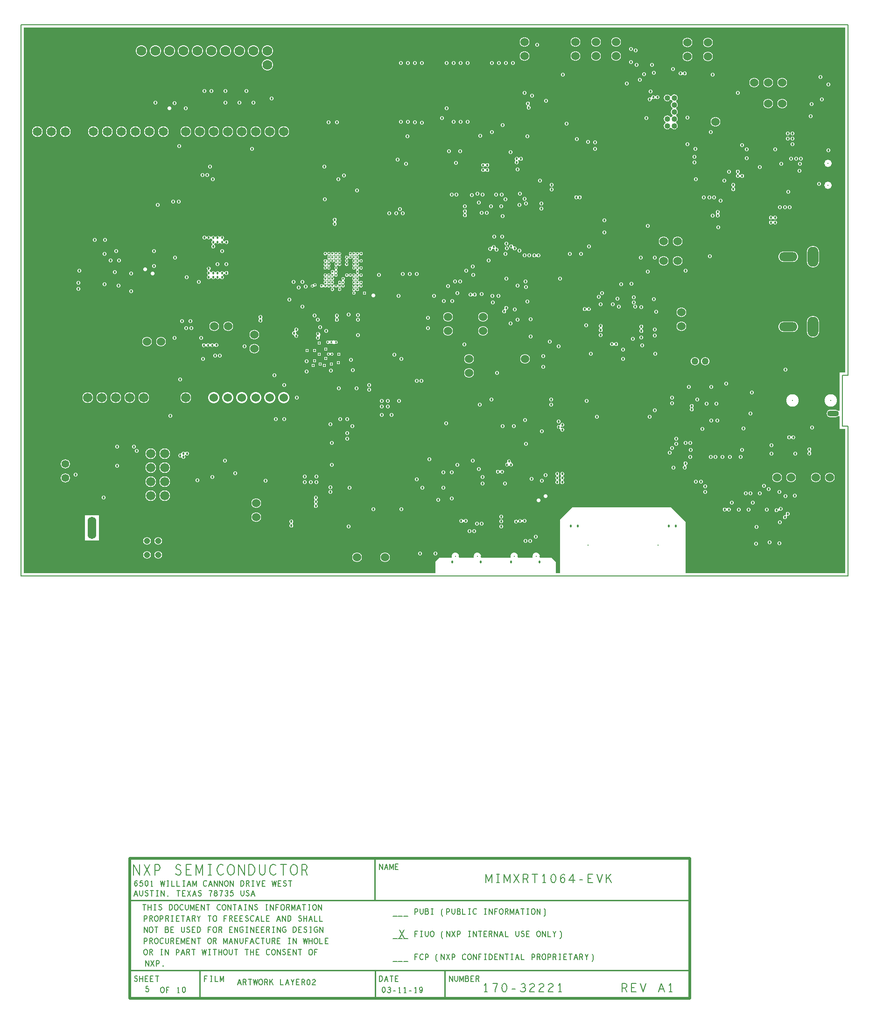
<source format=gbr>
G04 ================== begin FILE IDENTIFICATION RECORD ==================*
G04 Layout Name:  LAY-32221_A1.brd*
G04 Film Name:    L2_GND*
G04 File Format:  Gerber RS274X*
G04 File Origin:  Cadence Allegro 16.6-2015-S103*
G04 Origin Date:  Mon Mar 11 10:16:28 2019*
G04 *
G04 Layer:  DRAWING FORMAT/FILM_TITLE_BLOCK*
G04 Layer:  VIA CLASS/GND*
G04 Layer:  PIN/GND*
G04 Layer:  ETCH/GND*
G04 Layer:  BOARD GEOMETRY/OUTLINE*
G04 *
G04 Offset:    (0.00 0.00)*
G04 Mirror:    No*
G04 Mode:      Positive*
G04 Rotation:  0*
G04 FullContactRelief:  No*
G04 UndefLineWidth:     6.00*
G04 ================== end FILE IDENTIFICATION RECORD ====================*
%FSLAX55Y55*MOIN*%
%IR0*IPPOS*OFA0.00000B0.00000*MIA0B0*SFA1.00000B1.00000*%
%ADD27O,.13X.065*%
%ADD24C,.01*%
%ADD12O,.061X.148*%
%ADD25C,.04*%
%ADD15O,.148X.061*%
%ADD26C,.05*%
%ADD23C,.014*%
%ADD21C,.06*%
%ADD22C,.07*%
%ADD19C,.045*%
%ADD10C,.018*%
%ADD13C,.091*%
%ADD17C,.056*%
%ADD14C,.065*%
%ADD20C,.066*%
%ADD18C,.067*%
%ADD28O,.07874X.1437*%
%ADD16O,.06098X.15799*%
%ADD11C,.22*%
%ADD29O,.083X.043*%
%ADD30C,.02*%
%ADD31C,.004*%
%ADD32C,.006*%
%ADD43C,.06004*%
%ADD42C,.07004*%
%ADD44C,.08004*%
%ADD39C,.02406*%
%ADD49C,.05206*%
%ADD38C,.07006*%
%ADD47C,.08006*%
%ADD46C,.05504*%
%ADD41C,.02804*%
%ADD37C,.02806*%
%ADD45C,.07604*%
%ADD35C,.06606*%
%ADD48C,.07706*%
%ADD40C,.08904*%
%ADD34O,.0888X.15376*%
%ADD33O,.08878X.15374*%
%ADD36R,.1X.18*%
G75*
%LPD*%
G75*
G36*
G01X2004Y391696D02*
X588546D01*
Y145504D01*
X584496D01*
Y118220D01*
G02X583808Y117943I-400J1D01*
G03X581902Y118752I-1907J-1843D01*
G01X577902D01*
G03Y113448I0J-2652D01*
G01X581902D01*
G03X583808Y114257I-1J2652D01*
G02X584496Y113980I288J-278D01*
G01Y104996D01*
X588546D01*
Y2004D01*
X474500D01*
Y38914D01*
X464414Y49000D01*
X393586D01*
X385000Y40414D01*
Y2004D01*
X382000D01*
Y9914D01*
X378914Y13000D01*
X370774D01*
G02X370381Y13474I0J400D01*
G03X365367I-2507J699D01*
G02X364974Y13000I-393J-74D01*
G01X355026D01*
G02X354633Y13474I0J400D01*
G03X349619I-2507J699D01*
G02X349226Y13000I-393J-74D01*
G01X328774D01*
G02X328381Y13474I0J400D01*
G03X323367I-2507J699D01*
G02X322974Y13000I-393J-74D01*
G01X313026D01*
G02X312633Y13474I0J400D01*
G03X307619I-2507J699D01*
G02X307226Y13000I-393J-74D01*
G01X298586D01*
X296000Y10414D01*
Y2004D01*
X2004D01*
Y391696D01*
G37*
%LPC*%
G75*
G36*
G01X545774Y43376D02*
G03X546218Y43931I78J392D01*
G02X547226Y43124I1282J569D01*
G03X546782Y42569I-78J-392D01*
G02X545774Y43376I-1282J-569D01*
G37*
G36*
G01X220444Y159246D02*
G03X221056I306J257D01*
G02Y157754I944J-746D01*
G03X220444I-306J-257D01*
G02Y159246I-944J746D01*
G37*
G36*
G01X192223Y37833D02*
G02X193777I777J1167D01*
G03Y37167I222J-333D01*
G02X192223I-777J-1167D01*
G03Y37833I-222J333D01*
G37*
G36*
G01X541120Y48249D02*
G02X541546Y46973I1380J-248D01*
G03X540880Y46751I-272J-293D01*
G02X540454Y48027I-1380J248D01*
G03X541120Y48249I272J293D01*
G37*
G36*
G01X504333Y48277D02*
G02Y46723I1167J-777D01*
G03X503667I-333J-222D01*
G02Y48277I-1167J777D01*
G03X504333I333J222D01*
G37*
G36*
G01X385723Y68833D02*
G02Y71167I777J1167D01*
G03Y71833I-222J333D01*
G02X387277I777J1167D01*
G03Y71167I222J-333D01*
G02Y68833I-777J-1167D01*
G03Y68167I222J-333D01*
G02X385723I-777J-1167D01*
G03Y68833I-222J333D01*
G37*
G36*
G01X473564Y79457D02*
G02X475047Y79209I937J1043D01*
G03X474936Y78543I156J-368D01*
G02X473453Y78791I-937J-1043D01*
G03X473564Y79457I-156J368D01*
G37*
G36*
G01X550273Y99883D02*
G02Y98275I1148J-804D01*
G03X549617I-328J-230D01*
G02Y99883I-1148J804D01*
G03X550273I328J230D01*
G37*
G36*
G01X423830Y166409D02*
G02X423832Y164851I1167J-778D01*
G03X423167Y164850I-332J-223D01*
G02X423165Y166408I-1167J778D01*
G03X423830Y166409I332J223D01*
G37*
G36*
G01X442315Y176921D02*
G02X443685I685J1223D01*
G03Y176223I196J-349D01*
G02X442315I-685J-1223D01*
G03Y176921I-196J349D01*
G37*
G36*
G01X413223Y177461D02*
G02X414777I777J1167D01*
G03Y176795I222J-333D01*
G02X413223I-777J-1167D01*
G03Y177461I-222J333D01*
G37*
G36*
G01X345210Y190952D02*
G02X346623Y190103I1291J548D01*
G03X346290Y189548I35J-398D01*
G02X344877Y190397I-1291J-548D01*
G03X345210Y190952I-35J398D01*
G37*
G36*
G01X403651Y189828D02*
G02X403664Y191409I-1151J800D01*
G03X404325Y191404I332J223D01*
G02X404312Y189823I1151J-800D01*
G03X403651Y189828I-332J-223D01*
G37*
G36*
G01X322833Y201777D02*
G02Y200223I1167J-777D01*
G03X322167I-333J-222D01*
G02Y201777I-1167J777D01*
G03X322833I333J222D01*
G37*
G36*
G01X116911Y88471D02*
G03X117489I289J277D01*
G02Y86529I1011J-971D01*
G03X116911I-289J-277D01*
G02X116910Y86527I-1255J626D01*
G03Y85973I288J-277D01*
G02X114578Y84534I-1010J-973D01*
G03X114067Y84778I-377J-133D01*
G02X114010Y87441I-467J1322D01*
G03X114521Y87751I118J382D01*
G02X116911Y88471I1379J-251D01*
G37*
G36*
G01X477990Y119973D02*
G03Y120527I-288J277D01*
G02X480010I1010J973D01*
G03Y119973I288J-277D01*
G02X477990I-1010J-973D01*
G37*
G36*
G01X316117Y258789D02*
G03Y259411I-252J311D01*
G02X317883I883J1089D01*
G03Y258789I252J-311D01*
G02X316117I-883J-1089D01*
G37*
G36*
G01X544668Y181782D02*
X551168D01*
G02Y174278I0J-3752D01*
G01X544668D01*
G02Y181782I0J3752D01*
G37*
G36*
G01X563778Y89333D02*
G03Y88667I222J-333D01*
G02X562222I-778J-1167D01*
G03Y89333I-222J333D01*
G02X563778I778J1167D01*
G37*
G36*
G01X209735Y51824D02*
G02Y54176I765J1176D01*
G03Y54824I-235J324D01*
G02X211265I765J1176D01*
G03Y54176I235J-324D01*
G02Y51824I-765J-1176D01*
G03Y51176I235J-324D01*
G02X209735I-765J-1176D01*
G03Y51824I-235J324D01*
G37*
G36*
G01X169989Y184027D02*
G02X172011I1011J973D01*
G03Y183473I288J-277D01*
G02X169989I-1011J-973D01*
G03Y184027I-288J277D01*
G37*
G36*
G01X384579Y107778D02*
G03X385103Y108123I125J380D01*
G02X385952Y106710I1397J-122D01*
G03X385399Y106398I-157J-368D01*
G02X385371Y106200I-1400J97D01*
G03X385930Y105781I396J-54D01*
G02X385125Y104775I570J-1281D01*
G03X384592Y105228I-392J79D01*
G02X382604Y106641I-592J1272D01*
G02X384579Y107778I1396J-141D01*
G37*
G36*
G01X382243Y68181D02*
G03Y68819I-242J319D01*
G02Y71181I757J1181D01*
G03Y71819I-242J319D01*
G02X383757I757J1181D01*
G03Y71181I242J-319D01*
G02Y68819I-757J-1181D01*
G03Y68181I242J-319D01*
G02X382243I-757J-1181D01*
G37*
G36*
G01X315650Y40051D02*
G03X316318I334J221D01*
G02Y38741I1241J-655D01*
G03X315650I-334J-221D01*
G02Y40051I-1241J655D01*
G37*
G36*
G01X354517Y39862D02*
G03X355129Y39971I262J303D01*
G02X357650Y40051I1280J-575D01*
G03X358318I334J221D01*
G02Y38741I1241J-655D01*
G03X357650I-334J-221D01*
G02X355392Y38430I-1241J655D01*
G03X354780Y38321I-262J-303D01*
G02X354517Y39862I-1280J574D01*
G37*
G36*
G01X347208Y81452D02*
G02X349792I1292J548D01*
G03X350124Y80897I368J-157D01*
G02X348833Y78722I-124J-1397D01*
G03X348167I-333J-222D01*
G02X346876Y80897I-1167J778D01*
G03X347208Y81452I-36J398D01*
G37*
G36*
G01X342333Y75278D02*
G02Y73722I1167J-778D01*
G03X341667I-333J-222D01*
G02Y75278I-1167J778D01*
G03X342333I333J222D01*
G37*
G36*
G01X544668Y231782D02*
X551168D01*
G02Y224276I0J-3753D01*
G01X544668D01*
G02Y231782I0J3753D01*
G37*
G36*
G01X467772Y333656D02*
G02Y329344I-1272J-2156D01*
G03Y328656I204J-344D01*
G02Y324344I-1272J-2156D01*
G03Y323656I204J-344D01*
G02X464344Y320228I-1272J-2156D01*
G03X463656I-344J-204D01*
G02X460228Y323656I-2156J1272D01*
G03Y324344I-204J344D01*
G02X463656Y327772I1272J2156D01*
G03X464344I344J204D01*
G02X465228Y328656I2156J-1272D01*
G03Y329344I-204J344D01*
G02Y333656I1272J2156D01*
G03Y334344I-204J344D01*
G02Y338656I1272J2156D01*
G03Y339344I-204J344D01*
G02X464344Y340228I1272J2156D01*
G03X463656I-344J-204D01*
G02Y342772I-2156J1272D01*
G03X464344I344J204D01*
G02X467772Y339344I2156J-1272D01*
G03Y338656I204J-344D01*
G02Y334344I-1272J-2156D01*
G03Y333656I204J-344D01*
G37*
G36*
G01X354728Y299199D02*
G02X355183Y298755I-727J-1200D01*
G03X355817I317J244D01*
G02Y297245I1183J-755D01*
G03X355183I-317J-244D01*
G02X354996Y297012I-1182J757D01*
G03Y296488I302J-262D01*
G02X353004I-996J-988D01*
G03Y297012I-302J262D01*
G02X352846Y297202I996J989D01*
G02X354728Y299199I1154J798D01*
G37*
G36*
G01X331817Y294255D02*
G02Y292745I1183J-755D01*
G03X331183I-317J-244D01*
G02Y294255I-1183J755D01*
G03X331817I317J244D01*
G37*
G36*
G01Y290755D02*
G02Y289245I1183J-755D01*
G03X331183I-317J-244D01*
G02Y290755I-1183J755D01*
G03X331817I317J244D01*
G37*
G36*
G01X398013Y271497D02*
G02Y269503I987J-997D01*
G03X397487I-263J-301D01*
G02Y271497I-987J997D01*
G03X398013I263J301D01*
G37*
G36*
G01X496483Y259032D02*
G02X498487Y259051I993J992D01*
G03X498493Y258492I289J-276D01*
G02X496489Y258473I-993J-992D01*
G03X496483Y259032I-289J276D01*
G37*
G36*
G01X350576Y234221D02*
G02X351399Y235604I-576J1279D01*
G03X351924Y235279I396J54D01*
G02X351101Y233896I576J-1279D01*
G03X350576Y234221I-396J-54D01*
G37*
G36*
G01X337765Y233621D02*
G02X336924Y233720I-264J1378D01*
G03X336392Y233426I-140J-375D01*
G02X335576Y234879I-1392J174D01*
G03X336108Y235173I140J375D01*
G02X338889Y234798I1392J-174D01*
G03X339335Y234378I399J-23D01*
G02X338211Y233201I265J-1378D01*
G03X337765Y233621I-399J23D01*
G37*
G36*
G01X368319Y229757D02*
G02Y228243I1181J-757D01*
G03X367681I-319J-242D01*
G02Y229757I-1181J757D01*
G03X368319I319J242D01*
G37*
G36*
G01X472833Y358222D02*
G03X472167I-333J-222D01*
G02Y359778I-1167J778D01*
G03X472833I333J222D01*
G02Y358222I1167J-778D01*
G37*
G36*
G01X452667Y342778D02*
G03X453333I333J222D01*
G02Y341222I1167J-778D01*
G03X452667I-333J-222D01*
G02X450952Y340708I-1168J778D01*
G03X450397Y340376I-157J-368D01*
G02X449548Y341792I-1397J125D01*
G03X450103Y342124I157J368D01*
G02X452667Y342778I1397J-124D01*
G37*
G36*
G01X362938Y336457D02*
G03X363049Y335791I267J-298D01*
G02X361562Y335543I-549J-1291D01*
G03X361451Y336209I-267J298D01*
G02X362938Y336457I549J1291D01*
G37*
G36*
G01X512533Y287626D02*
G03Y286927I194J-350D01*
G02X513075Y286385I-683J-1225D01*
G03X513773I349J195D01*
G02Y285019I1226J-683D01*
G03X513075I-349J-195D01*
G02X511165Y286927I-1226J683D01*
G03Y287626I-194J349D01*
G02X512533I684J1225D01*
G37*
G36*
G01X509384Y278177D02*
G03Y277478I194J-349D01*
G02X508016I-684J-1225D01*
G03Y278177I-194J350D01*
G02X509384I684J1225D01*
G37*
G36*
G01X537333Y255222D02*
G03X536667I-333J-222D01*
G02Y256778I-1167J778D01*
G03X537333I333J222D01*
G02Y255222I1167J-778D01*
G37*
G36*
G01Y251722D02*
G03X536667I-333J-222D01*
G02Y253278I-1167J778D01*
G03X537333I333J222D01*
G02Y251722I1167J-778D01*
G37*
G36*
G01X224757Y253319D02*
G03Y252681I242J-319D01*
G02X223243I-757J-1181D01*
G03Y253319I-242J319D01*
G02X224757I757J1181D01*
G37*
G36*
G01X142282Y237868D02*
G03X141614I-334J-221D01*
G02X139135Y237862I-1241J655D01*
G03X138462I-336J-215D01*
G02X137879Y237282I-1238J661D01*
G03Y236614I221J-334D01*
G02X136569I-655J-1241D01*
G03Y237282I-221J334D01*
G02X136563Y239761I655J1241D01*
G03Y240434I-215J336D01*
G02X135983Y241017I661J1238D01*
G03X135315I-334J-221D01*
G02X132833I-1241J655D01*
G03X132165I-334J-221D01*
G02Y242327I-1241J655D01*
G03X132833I334J221D01*
G02X135315I1241J-655D01*
G03X135983I334J221D01*
G02X138462Y242333I1241J-655D01*
G03X139135I337J215D01*
G02X141614Y242327I1238J-661D01*
G03X142282I334J221D01*
G02X144184Y240434I1241J-655D01*
G03Y239761I215J-337D01*
G02X144761Y239184I-661J-1238D01*
G03X145434I337J215D01*
G02Y237862I1238J-661D01*
G03X144761I-337J-215D01*
G02X142282Y237868I-1238J661D01*
G37*
G36*
G01Y212673D02*
G03X141614I-334J-221D01*
G02X139135Y212667I-1241J655D01*
G03X138462I-336J-215D01*
G02X135983Y212673I-1238J661D01*
G03X135315I-334J-221D01*
G02X133413Y214566I-1241J655D01*
G03Y215239I-215J337D01*
G02Y217715I661J1238D01*
G03X133414Y218389I-215J337D01*
G02X134736Y218388I662J1237D01*
G03X134735Y217714I215J-337D01*
G02X135315Y217132I-660J-1238D01*
G03X135983I334J221D01*
G02X138462Y217138I1241J-655D01*
G03X139135I337J215D01*
G02X141614Y217132I1238J-661D01*
G03X142282I334J221D01*
G02X144761Y217138I1241J-655D01*
G03X145434I337J215D01*
G02Y215816I1238J-661D01*
G03X144761I-337J-215D01*
G02X144184Y215239I-1238J661D01*
G03Y214566I215J-337D01*
G02X142282Y212673I-661J-1238D01*
G37*
G36*
G01X209549Y206849D02*
G03X209112Y206641I-82J-392D01*
G02X208351Y208251I-1112J459D01*
G03X208788Y208459I82J392D01*
G02X209549Y206849I1112J-459D01*
G37*
G36*
G01X226464Y206562D02*
G03X225859I-303J-262D01*
G02X223905I-977J702D01*
G03X223300I-303J-262D01*
G02X223025Y206287I-977J702D01*
G03Y205682I262J-303D01*
G02X221621I-702J-977D01*
G03Y206287I-262J302D01*
G02X221346Y206562I702J977D01*
G03X220741I-303J-262D01*
G02X218787I-977J702D01*
G03X218182I-303J-262D01*
G02X216228I-977J702D01*
G03X215621Y206560I-303J-262D01*
G02X215622Y207965I-976J703D01*
G03X216229Y207967I303J262D01*
G02X216503Y208241I977J-703D01*
G03Y208846I-262J303D01*
G02Y210800I702J977D01*
G03Y211405I-262J303D01*
G02Y213359I702J977D01*
G03Y213964I-262J302D01*
G02X218182Y215643I702J977D01*
G03X218787I302J262D01*
G02X220741I977J-702D01*
G03X221346I303J262D01*
G02X221621Y215918I977J-702D01*
G03Y216524I-261J303D01*
G02X223300Y218203I702J977D01*
G03X223910Y218209I302J262D01*
G02X224180Y218477I972J-709D01*
G03Y219082I-262J303D01*
G02Y221036I702J977D01*
G03Y221641I-262J303D01*
G02Y223595I702J977D01*
G03Y224200I-262J303D01*
G02X223905Y224475I702J977D01*
G03X223300I-303J-262D01*
G02X221346I-977J702D01*
G03X220741I-303J-262D01*
G02X220466Y224200I-977J702D01*
G03Y223595I262J-303D01*
G02Y221641I-702J-977D01*
G03Y221036I262J-302D01*
G02X218787Y219357I-702J-977D01*
G03X218182I-303J-262D01*
G02X216503Y221036I-977J702D01*
G03Y221641I-262J303D01*
G02Y223595I702J977D01*
G03Y224200I-262J303D01*
G02X218182Y225879I702J977D01*
G03X218787I302J262D01*
G02X219062Y226154I977J-702D01*
G03Y226759I-262J303D01*
G02Y228713I702J977D01*
G03Y229318I-262J303D01*
G02X218787Y229593I702J977D01*
G03X218182I-303J-262D01*
G02Y230997I-977J702D01*
G03X218787I302J262D01*
G02X220741I977J-702D01*
G03X221346I303J262D01*
G02X223300I977J-702D01*
G03X223905I303J262D01*
G02X225859I977J-702D01*
G03X226464I302J262D01*
G02X228143Y229318I977J-702D01*
G03Y228713I262J-302D01*
G02Y226759I-702J-977D01*
G03Y226154I262J-303D01*
G02Y224200I-702J-977D01*
G03Y223595I262J-303D01*
G02X226464Y221916I-702J-977D01*
G03X225859I-303J-262D01*
G02X225584Y221641I-977J702D01*
G03Y221036I262J-302D01*
G02Y219082I-702J-977D01*
G03Y218477I262J-303D01*
G02Y216523I-702J-977D01*
G03Y215917I261J-303D01*
G02X223905Y214238I-702J-977D01*
G03X223295Y214232I-302J-262D01*
G02X223025Y213964I-972J709D01*
G03Y213359I262J-303D01*
G02Y211405I-702J-977D01*
G03Y210800I262J-303D01*
G02Y208846I-702J-977D01*
G03Y208241I262J-303D01*
G02X223300Y207966I-702J-977D01*
G03X223905I303J262D01*
G02X225859I977J-702D01*
G03X226464I302J262D01*
G02X226739Y208241I977J-702D01*
G03Y208846I-262J303D01*
G02X228418Y210525I702J977D01*
G03X229022Y210523I303J262D01*
G02X229297Y210799I978J-700D01*
G03Y211404I-262J303D01*
G02X230701I702J977D01*
G03Y210799I262J-303D01*
G02Y208845I-702J-977D01*
G03Y208240I262J-302D01*
G02X229022Y206561I-702J-977D01*
G03X228418Y206563I-303J-262D01*
G02X228143Y206287I-978J700D01*
G03Y205682I262J-303D01*
G02X226739I-702J-977D01*
G03Y206287I-262J302D01*
G02X226464Y206562I702J977D01*
G37*
G36*
G01X240938Y206287D02*
G03Y205682I262J-303D01*
G02X239259Y204003I-702J-977D01*
G03X238654I-303J-262D01*
G02X238379Y203728I-977J702D01*
G03Y203123I262J-302D01*
G02X236975I-702J-977D01*
G03Y203728I-262J303D01*
G02Y205682I702J977D01*
G03Y206287I-262J302D01*
G02Y208241I702J977D01*
G03Y208846I-262J303D01*
G02Y210800I702J977D01*
G03Y211405I-262J303D01*
G02Y213359I702J977D01*
G03Y213964I-262J302D01*
G02X236700Y214239I702J977D01*
G03X236095I-303J-262D01*
G02X234141Y214240I-977J702D01*
G03X233537Y214238I-301J-264D01*
G02Y215641I-977J701D01*
G03X234141Y215643I301J264D01*
G02X236095I977J-702D01*
G03X236700I303J262D01*
G02X238653Y215644I977J-702D01*
G03X239260Y215642I304J260D01*
G02X239528Y215912I977J-702D01*
G03X239534Y216522I-256J308D01*
G02Y218476I702J977D01*
G03Y219082I-261J303D01*
G02X239259Y219357I702J977D01*
G03X238654I-303J-262D01*
G02X236975Y221036I-977J702D01*
G03Y221641I-262J303D01*
G02Y223595I702J977D01*
G03Y224200I-262J303D01*
G02Y226154I702J977D01*
G03Y226759I-262J303D01*
G02X236700Y227034I702J977D01*
G03X236095I-303J-262D01*
G02X234141I-977J702D01*
G03X233536I-302J-262D01*
G02X233261Y226759I-977J702D01*
G03Y226154I262J-303D01*
G02Y224200I-702J-977D01*
G03Y223595I262J-303D01*
G02X231857I-702J-977D01*
G03Y224200I-262J303D01*
G02Y226154I702J977D01*
G03Y226759I-262J303D01*
G02X233536Y228438I702J977D01*
G03X234141I303J262D01*
G02X234416Y228713I977J-702D01*
G03Y229318I-262J303D01*
G02X236095Y230997I702J977D01*
G03X236700I303J262D01*
G02X238654I977J-702D01*
G03X239259I303J262D01*
G02X241213I977J-702D01*
G03X241818I303J262D01*
G02Y229593I977J-702D01*
G03X241213I-302J-262D01*
G02X240938Y229318I-977J702D01*
G03Y228713I262J-302D01*
G02Y226759I-702J-977D01*
G03Y226154I262J-303D01*
G02X241213Y225879I-702J-977D01*
G03X241818I303J262D01*
G02Y224475I977J-702D01*
G03X241213I-302J-262D01*
G02X240938Y224200I-977J702D01*
G03Y223595I262J-303D01*
G02Y221641I-702J-977D01*
G03Y221036I262J-302D01*
G02X241213Y220761I-702J-977D01*
G03X241818I303J262D01*
G02Y219357I977J-702D01*
G03X241213I-302J-262D01*
G02X240938Y219082I-977J702D01*
G03Y218476I261J-303D01*
G02X240945Y216527I-702J-977D01*
G03X240939Y215917I256J-308D01*
G02X241214Y215641I-703J-976D01*
G03X241818Y215643I301J264D01*
G02Y214240I977J-701D01*
G03X241214Y214238I-301J-264D01*
G02X240939Y213963I-977J702D01*
G03X240937Y213359I262J-303D01*
G02X240938Y211405I-701J-977D01*
G03Y210800I262J-303D01*
G02X241213Y210525I-702J-977D01*
G03X241818I303J262D01*
G02X243497Y208846I977J-702D01*
G03Y208241I262J-303D01*
G02X241818Y206562I-702J-977D01*
G03X241213I-302J-262D01*
G02X240938Y206287I-977J702D01*
G37*
G36*
G01X226257Y184819D02*
G03Y184181I242J-319D01*
G02X224743I-757J-1181D01*
G03Y184819I-242J319D01*
G02X226257I757J1181D01*
G37*
G36*
G01X194775Y172115D02*
G02X194387Y172238I225J1385D01*
G02X194893Y174899I613J1262D01*
G03X195208Y175452I-53J396D01*
G02X197203Y177214I1291J548D01*
G02X196607Y174601I-703J-1214D01*
G03X196292Y174048I53J-396D01*
G02X196354Y173866I-1294J-542D01*
G02X196389Y173305I-1354J-366D01*
G03X196725Y172885I400J-25D01*
G02X197849Y171887I-225J-1385D01*
G02X195111Y171695I-1349J-387D01*
G03X194775Y172115I-400J25D01*
G37*
G36*
G01X211287Y171409D02*
G03X211350Y171694I-102J172D01*
G02X211290Y171790I1159J791D01*
G02X213210Y173710I710J1210D01*
G02X213344Y171379I-710J-1210D01*
G03X213233Y170869I241J-319D01*
G02X211287Y171409I-1234J-669D01*
G37*
G36*
G01X224347Y168011D02*
G02Y165989I653J-1011D01*
G02X222414Y165977I-973J1011D01*
G03X222166Y165998I-137J-145D01*
G02X220728Y166078I-665J1002D01*
G03X220214I-257J-307D01*
G02X219221Y165817I-773J922D01*
G02Y168183I-221J1183D01*
G02X220214Y167922I220J-1183D01*
G03X220728I257J307D01*
G02X222166Y168002I773J-922D01*
G03X222414Y168023I111J166D01*
G02X224347Y168011I960J-1023D01*
G37*
G36*
G01X137693Y164162D02*
G02X135333Y164122I-1193J738D01*
G03X134667I-333J-222D01*
G02X132333I-1167J778D01*
G03X131667I-333J-222D01*
G02Y165678I-1167J778D01*
G03X132333I333J222D01*
G02X134667I1167J-778D01*
G03X135333I333J222D01*
G02X137641Y165716I1167J-778D01*
G03X138307Y165738I326J232D01*
G02X138359Y164184I1193J-738D01*
G03X137693Y164162I-326J-232D01*
G37*
G54D43*
X488740Y153563D03*
X481260D03*
G54D42*
X567500Y70550D03*
X577500D03*
X550000D03*
X540000D03*
X360000Y155000D03*
X330000Y185000D03*
Y175000D03*
X305000Y185000D03*
Y175000D03*
X320000Y155000D03*
Y145000D03*
X260025Y13400D03*
X240025D03*
X168000Y52050D03*
Y42050D03*
G54D44*
X166059Y375100D03*
X176059D03*
Y365100D03*
X167729Y127309D03*
X156059Y375100D03*
X146059D03*
X147729Y127309D03*
X157729D03*
X136059Y375100D03*
X126059D03*
X137729Y127309D03*
X116059Y375100D03*
X106059D03*
X96059D03*
X86059D03*
G54D39*
X245354Y202146D03*
X213000Y166500D03*
X209500Y161200D03*
X213000Y158500D03*
X208500Y150500D03*
X209500Y153700D03*
X213500Y151500D03*
X217500Y155400D03*
X216500Y150500D03*
X226900Y158500D03*
X221500Y151500D03*
X217526Y162100D03*
X226500Y152500D03*
X204400Y161000D03*
G54D49*
X576327Y294824D03*
Y279076D03*
G54D38*
X90000Y167500D03*
X100000D03*
X138000Y178500D03*
X148000D03*
X166500Y172500D03*
Y162500D03*
X471500Y188500D03*
Y178500D03*
X523500Y352500D03*
X533500D03*
X543500D03*
X533500Y337500D03*
X543500D03*
X490500Y371000D03*
Y381000D03*
X496000Y324500D03*
X476000Y371000D03*
Y381000D03*
X469000Y239000D03*
X459000D03*
X469000Y225000D03*
X459000D03*
X410500Y371500D03*
Y381500D03*
X425000Y371500D03*
Y381500D03*
X396000Y371500D03*
Y381500D03*
X359500Y371500D03*
Y381500D03*
G54D47*
X177729Y127309D03*
X187729D03*
G54D46*
X97838Y15109D03*
Y24952D03*
X89964Y15109D03*
Y24952D03*
G54D41*
X565000Y106000D03*
X546024Y56976D03*
X552500Y57500D03*
X522000Y131000D03*
X521000Y116024D03*
X522500Y52500D03*
X530500Y64500D03*
X534000Y62000D03*
X541446Y60000D03*
X521000Y59000D03*
X527500D03*
X532500Y47500D03*
X503500Y137500D03*
X516000Y105500D03*
X514000Y85000D03*
X515000Y90000D03*
X501000Y85000D03*
X506300D03*
X517500Y59000D03*
X507500Y52500D03*
X512500Y47500D03*
X519500D03*
X477000Y135000D03*
X489500Y123000D03*
X493000Y135000D03*
X496500Y122992D03*
X483000Y126024D03*
X486500Y105000D03*
X493000Y111000D03*
X497375Y110925D03*
X478050Y95050D03*
X496000Y85000D03*
X492500D03*
X478095Y90095D03*
X478000Y85050D03*
X482000Y67500D03*
X485500D03*
X488500Y64000D03*
Y60000D03*
X453500Y188628D03*
X453000Y158628D03*
X464800Y123578D03*
X465000Y127500D03*
X468000Y98000D03*
X474500Y95000D03*
X463150Y88000D03*
X468000Y94500D03*
X466000Y77500D03*
X465000Y91500D03*
X436000Y208628D03*
X437500Y199000D03*
X443000Y192128D03*
X437500Y195500D03*
X451950Y197628D03*
X438533Y192467D03*
X443000Y170500D03*
X452500Y171628D03*
Y176128D03*
X443476Y164652D03*
X437000Y169500D03*
X452500Y118578D03*
X448780Y113628D03*
X428500Y208500D03*
X422500Y194000D03*
X414000D03*
X412500Y199500D03*
X426000Y198128D03*
X426966Y192500D03*
X415000Y202000D03*
X414000Y172128D03*
X430000Y161628D03*
Y155128D03*
X411220Y113628D03*
X403500Y179128D03*
X407000Y158628D03*
X403976Y125000D03*
X377500Y167500D03*
X364000Y171000D03*
Y183500D03*
X373000Y157000D03*
Y149500D03*
X354524Y207524D03*
X360500Y206500D03*
X352500Y190500D03*
X349500Y180500D03*
X354500Y183000D03*
X322000Y272000D03*
X326000Y273000D03*
X323000Y215000D03*
X322500Y221000D03*
X340800Y200000D03*
X337000Y195500D03*
X329000Y201500D03*
X336500Y200000D03*
X340000Y145000D03*
X327500Y122500D03*
X318875Y366500D03*
X313875D03*
X308875D03*
X303875D03*
Y334000D03*
X307677Y272500D03*
X311000D03*
X317000Y264000D03*
X310000Y210450D03*
X304802Y207000D03*
X313500Y210383D03*
X318000Y218000D03*
X302000Y196500D03*
X308000D03*
X311500Y202000D03*
X303500Y109000D03*
X276375Y366500D03*
X286375D03*
X281375D03*
X295000Y200000D03*
X290500Y177000D03*
Y184324D03*
X282500Y139500D03*
X286000D03*
X271375Y366500D03*
Y324500D03*
X269000Y297500D03*
X272500Y259000D03*
X268000D03*
X270500Y262000D03*
X269500Y199976D03*
X257500Y121000D03*
X262000D03*
Y125000D03*
X257500D03*
X270000D03*
X251668Y47668D03*
X234000Y35500D03*
X153000Y73308D03*
X136500Y70889D03*
X126000Y68500D03*
X105980Y334000D03*
X106500Y114500D03*
X68500Y92500D03*
Y78815D03*
X59000Y56000D03*
X38906Y72500D03*
X80500Y92500D03*
G54D37*
X538500Y304623D03*
X446500Y327000D03*
X95000Y221500D03*
Y232000D03*
X113524Y140500D03*
X109500Y170000D03*
X115000Y182000D03*
X118000Y177000D03*
X110000Y227500D03*
X108500Y267500D03*
X112500D03*
X97500Y265000D03*
X113000Y307000D03*
X117481Y334000D03*
X96059Y338000D03*
X109654Y337654D03*
X138500Y157400D03*
X130000Y155000D03*
X128500Y170000D03*
X121500Y177000D03*
X121000Y182000D03*
X140374Y222776D03*
X127000Y210000D03*
X135000Y292500D03*
X137000Y283500D03*
X133000Y286500D03*
X129500D03*
X131000Y346500D03*
X136059D03*
X142000Y157400D03*
X159500Y164000D03*
X146673Y222776D03*
X143523Y232225D03*
X146059Y338000D03*
X156059D03*
X161000Y346500D03*
X146059D03*
X165000Y305000D03*
X166059Y338000D03*
X179000Y341024D03*
X201000Y192300D03*
X218000Y175000D03*
X209500Y186000D03*
X217000Y269000D03*
X216500Y292500D03*
X226500Y283500D03*
X225500Y323976D03*
X219500D03*
X240714Y183036D03*
X233800Y186800D03*
X240714Y186363D03*
X240000Y275500D03*
X230500Y286000D03*
X266500Y158000D03*
X263000Y259000D03*
X534500Y24000D03*
X541500Y23500D03*
X525000Y23000D03*
X541800Y38500D03*
X191500Y197500D03*
X41000Y205000D03*
Y209500D03*
X41500Y218000D03*
X69500Y207500D03*
X59500Y208582D03*
X52729Y240000D03*
X59500Y230236D03*
X60000Y240000D03*
X78500Y203500D03*
X94000Y216000D03*
X78500D03*
X88430Y219000D03*
X118328Y213328D03*
X234500Y63000D03*
X360000Y111500D03*
X329500Y70673D03*
Y66000D03*
X271432Y47668D03*
X285024Y15976D03*
X295976D03*
X291550Y83500D03*
X307500Y55500D03*
X297976Y54500D03*
X301550Y63000D03*
X311500Y79500D03*
X307500Y74000D03*
X301550D03*
X325500Y37500D03*
X329000D03*
X323679Y32113D03*
X320352D03*
X322500Y82500D03*
X360261Y25205D03*
X363588D03*
X343000Y42500D03*
Y39000D03*
Y35500D03*
X345500Y66000D03*
X367500Y27920D03*
X372000Y68000D03*
X374500Y57000D03*
X369500Y54000D03*
X364500Y69500D03*
X374500Y72000D03*
X336000Y126000D03*
X360500Y94500D03*
X352000Y107000D03*
X344000D03*
X372000Y103500D03*
X384000Y110500D03*
X378500Y122500D03*
Y126000D03*
X384000Y164000D03*
X274976Y294500D03*
X276000Y314000D03*
X276375Y324500D03*
X281375Y324125D03*
X286375Y323875D03*
X310500Y294976D03*
X313500Y303500D03*
X305500D03*
X300500Y327000D03*
X308875Y324500D03*
X313875D03*
X318875D03*
X336375Y317000D03*
X328000Y314500D03*
X354500Y290500D03*
X349500Y302800D03*
X361500Y314000D03*
X344000Y322000D03*
X370500Y282500D03*
X525153Y35026D03*
X251500Y200500D03*
X255500Y215000D03*
X360500Y266000D03*
X359500Y269500D03*
X271476Y154976D03*
X211000Y71000D03*
Y67000D03*
X202500Y71000D03*
Y67000D03*
X207000D03*
X222079Y79500D03*
X233000Y112000D03*
Y102000D03*
Y98000D03*
X236500Y107000D03*
X228000Y112000D03*
X221000Y108500D03*
X188000Y136500D03*
X181000Y143500D03*
X203394Y206906D03*
X282500Y215800D03*
X277500D03*
X272500D03*
X257500Y115000D03*
X264500D03*
X286550Y63000D03*
X553000Y87500D03*
X536000D03*
Y93500D03*
X546000Y147500D03*
X201000Y210000D03*
X194500D03*
X198417Y206000D03*
X221000Y63500D03*
X197000Y127500D03*
X187926Y111926D03*
X182000D03*
X316500Y165500D03*
X221000Y60000D03*
X282500Y68976D03*
X327000Y76500D03*
X145500Y82500D03*
X82476Y89476D03*
X68000Y232000D03*
X64000Y225500D03*
X67000Y217000D03*
X70012Y225488D03*
X174500Y68000D03*
X240600Y172000D03*
X237000Y147000D03*
X235500Y154500D03*
X221405Y146708D03*
X204000Y146000D03*
Y153500D03*
X248500Y136500D03*
Y133000D03*
X239500Y134000D03*
X227000D03*
X222024Y95024D03*
X571000Y356500D03*
X576500Y351000D03*
X572000Y340500D03*
X576500Y303999D03*
X570000Y280000D03*
X563760Y328500D03*
X564500Y337000D03*
X547500Y316000D03*
Y312500D03*
X551000D03*
Y316000D03*
Y308500D03*
X553500Y298000D03*
X557000D03*
X550000D03*
X556121Y294378D03*
X556000Y289387D03*
X543000Y294500D03*
X548000Y274500D03*
X545500Y263500D03*
X549000D03*
X527597Y291999D03*
X542000Y263500D03*
X518150Y304623D03*
X515001Y307749D03*
X518151Y298300D03*
X505552Y288849D03*
X502402Y282552D03*
X499500Y268000D03*
X498000Y249000D03*
X493976Y358024D03*
X476024Y327500D03*
X476000Y308500D03*
X481000Y299500D03*
X492488Y316988D03*
X481500Y305000D03*
X482000Y283500D03*
X481000Y295500D03*
X494000Y257500D03*
X495000Y270500D03*
X491500D03*
X487500D03*
X492000Y228500D03*
X465524Y362000D03*
X474500Y218050D03*
X439500Y365000D03*
X435500Y376500D03*
X439000Y375500D03*
X435500Y367000D03*
X450500Y365000D03*
X442000Y354400D03*
X452000Y359500D03*
X449500Y346000D03*
X445000Y358500D03*
X432500Y351772D03*
X447500Y250000D03*
X442500Y227500D03*
X447500Y217500D03*
X452500Y227500D03*
X409917Y309917D03*
X410000Y305000D03*
X416550Y254000D03*
X416500Y245500D03*
X389500Y323000D03*
X397000Y312000D03*
X405000Y310000D03*
X405500Y235500D03*
X392000Y230000D03*
X400000D03*
X368500Y379500D03*
X365000Y343000D03*
X375059Y339559D03*
X379000Y276000D03*
Y279499D03*
X371500Y262511D03*
Y266251D03*
X385000Y212500D03*
X346375Y366500D03*
X351375D03*
X359500Y345000D03*
X356303Y273000D03*
X356000Y265000D03*
X343024Y264000D03*
X343110Y272500D03*
X346000Y269000D03*
X344000Y257000D03*
X347000Y234000D03*
X356000Y232500D03*
X346500Y237500D03*
X343685Y242500D03*
X346000Y230000D03*
X346500Y212500D03*
X363000Y229000D03*
X359500D03*
X360200Y210500D03*
X341375Y366500D03*
X336375D03*
X327000Y266700D03*
X335500Y264000D03*
X339173Y272500D03*
X329000Y259500D03*
X332500D03*
X329500Y272500D03*
X338000Y242500D03*
X334000Y225500D03*
X361500Y196000D03*
X212000Y183200D03*
X213500Y177600D03*
X512000Y345000D03*
X387000Y358000D03*
G54D45*
X101729Y317309D03*
X102500Y87500D03*
Y77500D03*
Y67500D03*
Y57500D03*
X91729Y317309D03*
X81729D03*
X92500Y87500D03*
Y77500D03*
Y67500D03*
Y57500D03*
X71729Y317309D03*
X61729D03*
X51729D03*
X31729D03*
X21729D03*
X11729D03*
G54D35*
X31500Y70000D03*
Y80000D03*
G54D48*
X117729Y127309D03*
X77729D03*
X87729D03*
X57729D03*
X67729D03*
X47729D03*
X187729Y317309D03*
X177729D03*
X167729D03*
X157729D03*
X147729D03*
X137729D03*
X127729D03*
X117729D03*
G54D40*
X578327Y125549D03*
X550768D03*
G54D34*
X565635Y228029D03*
G54D33*
Y178030D03*
G54D36*
X50500Y34500D03*
%LPD*%
G75*
G54D10*
X3500Y22700D03*
Y15200D03*
Y7700D03*
Y45200D03*
Y37700D03*
Y30200D03*
Y90200D03*
Y82700D03*
Y112700D03*
Y105200D03*
Y97700D03*
Y135200D03*
Y127700D03*
Y120200D03*
Y157700D03*
Y150200D03*
Y142700D03*
Y180200D03*
Y172700D03*
Y165200D03*
Y202700D03*
Y195200D03*
Y187700D03*
Y225200D03*
Y217700D03*
Y210200D03*
Y247700D03*
Y240200D03*
Y232700D03*
Y270200D03*
Y262700D03*
Y255200D03*
Y292700D03*
Y285200D03*
Y277700D03*
Y315200D03*
Y307700D03*
Y300200D03*
Y337700D03*
Y330200D03*
Y322700D03*
Y360200D03*
Y352700D03*
Y345200D03*
Y367700D03*
Y390200D03*
X24714Y3500D03*
X9714D03*
X17214D03*
X10000Y90000D03*
X22500Y95000D03*
Y90000D03*
X25000Y110000D03*
X20000Y100000D03*
Y107500D03*
Y115000D03*
X10000Y112500D03*
X22500Y130000D03*
Y137500D03*
X10000Y135000D03*
Y127500D03*
Y120000D03*
X22500Y152500D03*
Y158500D03*
Y145000D03*
X10000Y157500D03*
Y150000D03*
Y142500D03*
X9000Y180700D03*
X23500Y180000D03*
Y172500D03*
Y165000D03*
X26500Y166500D03*
X10000Y172500D03*
Y165000D03*
X7500Y176500D03*
X9000Y203200D03*
Y188200D03*
Y195700D03*
X28000Y199500D03*
Y192000D03*
X23500Y202500D03*
Y195000D03*
Y187500D03*
X9000Y225700D03*
Y210700D03*
Y218200D03*
X28000Y222000D03*
Y207000D03*
Y214500D03*
X23500Y217500D03*
Y210000D03*
X28000Y244500D03*
Y229500D03*
Y237000D03*
X22500Y247500D03*
X10000Y245000D03*
X9000Y232000D03*
Y236000D03*
X22500Y270000D03*
Y262500D03*
Y255000D03*
X10000Y267500D03*
Y252500D03*
Y260000D03*
X22500Y292500D03*
Y285000D03*
Y277500D03*
X10000Y290000D03*
Y275000D03*
Y282500D03*
X22500Y300000D03*
X10000Y297500D03*
Y305000D03*
Y340000D03*
X15000Y347500D03*
X20000Y355000D03*
X10000Y352500D03*
X15000Y360000D03*
X25000Y362500D03*
X27500Y355000D03*
X25031Y390200D03*
X38906Y72500D03*
X30000Y102500D03*
Y132500D03*
Y125000D03*
Y117500D03*
Y147500D03*
Y140000D03*
X50500Y183000D03*
X35941Y175941D03*
Y167059D03*
X32721Y176221D03*
X36000Y190500D03*
X46000Y194000D03*
X33500Y201000D03*
X41000Y205000D03*
X36500Y226000D03*
X34024Y212976D03*
X41500Y222000D03*
X41000Y209500D03*
X41500Y218000D03*
X47500Y247500D03*
X35000D03*
X36363Y239363D03*
X47500Y255000D03*
Y262500D03*
Y270000D03*
X35000Y255000D03*
Y262500D03*
Y270000D03*
X47500Y277500D03*
Y285000D03*
Y292500D03*
X35000Y277500D03*
Y285000D03*
Y292500D03*
X47500Y300000D03*
X35000D03*
X50000Y380000D03*
X45000Y385000D03*
Y377500D03*
X37500Y382500D03*
Y375000D03*
Y367500D03*
X30000Y370000D03*
Y385000D03*
X47531Y390200D03*
X40031D03*
X32531D03*
X69714Y3500D03*
X54714D03*
X62214D03*
X65500Y45500D03*
X59000Y62559D03*
X64024Y59000D03*
X59000Y56000D03*
X54500Y82536D03*
Y87520D03*
X52000Y92000D03*
X68500Y78815D03*
Y92500D03*
X52000Y96000D03*
X68500Y147000D03*
X56500Y158000D03*
X60000Y171000D03*
X69000Y181500D03*
X73500Y187500D03*
X62500Y188000D03*
X56500Y195000D03*
X66500Y194000D03*
X73500Y225500D03*
Y216000D03*
X55500Y208500D03*
X53000Y221574D03*
X68000Y229000D03*
X69500Y210500D03*
X66800Y225500D03*
X59500Y227000D03*
X69500Y207500D03*
X64000Y225500D03*
X59500Y208582D03*
X70012Y225488D03*
X67000Y217000D03*
X71000Y241000D03*
X65000Y247000D03*
X54500D03*
X59500Y244000D03*
X73500Y235500D03*
X64000Y240000D03*
X56000D03*
X59500Y230236D03*
X60000Y240000D03*
X68000Y232000D03*
X52729Y240000D03*
X54500Y258500D03*
X69000Y266500D03*
X58500D03*
X65000Y269500D03*
Y262000D03*
Y254500D03*
X54500Y269500D03*
Y262000D03*
Y252000D03*
X69000Y281500D03*
Y289000D03*
Y274000D03*
X58500Y281500D03*
Y289000D03*
Y274000D03*
X65000Y292000D03*
Y284500D03*
Y277000D03*
X54500Y292000D03*
Y284500D03*
Y277000D03*
X69000Y304000D03*
Y296500D03*
X58500Y304000D03*
Y296500D03*
X65000Y307500D03*
X57500D03*
X65000Y299500D03*
X54500D03*
X70031Y390200D03*
X62531D03*
X55031D03*
X92214Y3500D03*
X77214D03*
X84714D03*
X76200Y55500D03*
X79192Y63000D03*
X82476Y89476D03*
X80500Y92500D03*
X75500Y141000D03*
X81000Y160500D03*
X75000Y171000D03*
X85000Y181500D03*
X86500Y187500D03*
X82500Y198000D03*
X78500Y203500D03*
X82500Y211500D03*
X78000Y224000D03*
X94000Y210500D03*
X78500Y207500D03*
Y216000D03*
X95000Y221500D03*
X84000Y242000D03*
X74500Y247000D03*
X78000Y231500D03*
X91000Y244500D03*
X95000Y232000D03*
X74500Y262000D03*
Y254500D03*
X95000Y268000D03*
X87000D03*
Y254000D03*
X95000D03*
X76500Y269500D03*
Y277000D03*
Y292000D03*
Y284500D03*
X93500Y290500D03*
X76500Y299500D03*
Y307000D03*
X93000Y302500D03*
X86059Y338000D03*
X92531Y390200D03*
X85031D03*
X77531D03*
X114714Y3500D03*
X99714D03*
X107214D03*
X113500Y66000D03*
Y71000D03*
Y81000D03*
Y76500D03*
X113600Y86100D03*
X115900Y85000D03*
Y87500D03*
X106500Y114500D03*
X106524Y140524D03*
X116476D03*
X113524Y140500D03*
X118000Y182000D03*
X96500Y181500D03*
X109500Y170000D03*
X115000Y182000D03*
X118000Y177000D03*
X115000Y187500D03*
X96500D03*
X112500Y198500D03*
Y229000D03*
Y219000D03*
Y209000D03*
X110000Y227500D03*
X118000Y231000D03*
X112500Y247500D03*
X117500Y252500D03*
X97500Y265000D03*
X112500Y267500D03*
X108500D03*
X100500Y290500D03*
Y302500D03*
X113000Y307000D03*
X117481Y334000D03*
X96059Y338000D03*
X109654Y337654D03*
X115031Y390200D03*
X107531D03*
X100031D03*
X137214Y3500D03*
X122214D03*
X129714D03*
X124650Y11150D03*
X134500Y63211D03*
X136500Y65770D03*
Y61500D03*
X126000Y68500D03*
X136500Y70889D03*
X128500Y82500D03*
Y78000D03*
X118500Y87500D03*
X133000Y145000D03*
X138000Y149500D03*
X125830Y154170D03*
X138500Y157400D03*
X130000Y155000D03*
X123500Y179000D03*
X133500Y164900D03*
X130500D03*
X136500D03*
X128500Y170000D03*
X121500Y177000D03*
X139500Y165000D03*
X121000Y182000D03*
X138600Y196600D03*
X140500Y187500D03*
X124500D03*
X135000D03*
X137225Y219626D03*
X118328Y213328D03*
X134075Y219626D03*
X140374Y222776D03*
X137224Y213328D03*
X134074D03*
X140373D03*
X137224Y216477D03*
X140373D03*
X134074D03*
X127000Y210000D03*
X140373Y235373D03*
X134075Y235374D03*
X118328Y241672D03*
X127024Y229350D03*
X137224Y235373D03*
X140373Y241672D03*
X134074D03*
X140373Y238523D03*
X137224D03*
Y241672D03*
X130924D03*
X122500Y257500D03*
X128500Y282000D03*
X137000Y287000D03*
X135000Y292500D03*
X137000Y283500D03*
X133000Y286500D03*
X129500D03*
X132000Y297500D03*
X131000Y336500D03*
X136059Y338000D03*
X126059D03*
X140000Y346500D03*
X131000D03*
X136059D03*
X137531Y390200D03*
X130031D03*
X122531D03*
X159714Y3500D03*
X144714D03*
X152214D03*
X152000Y39500D03*
X157500D03*
X155500Y67500D03*
X158000Y64500D03*
X147000Y72476D03*
X150800Y82476D03*
X142000Y82500D03*
X145500D03*
X153000Y73308D03*
X152669Y97000D03*
X156000Y137989D03*
X146500Y149500D03*
X147000Y155500D03*
X142000Y157400D03*
X143900Y164900D03*
X156000Y168900D03*
X159500Y164000D03*
X149500Y187500D03*
X141400Y196600D03*
X148000D03*
X152500Y187500D03*
X159500D03*
X143500D03*
X156000Y217500D03*
X143524Y222776D03*
X146673D03*
X143523Y216477D03*
Y213328D03*
X146672Y216477D03*
Y235373D03*
Y241672D03*
X143523Y232225D03*
Y241672D03*
Y238523D03*
X146672D03*
X162000Y261500D03*
X154500D03*
X143000Y295000D03*
X151150Y288850D03*
X161000Y336500D03*
X146059Y338000D03*
X156059D03*
X151500Y346500D03*
X161000D03*
X146059D03*
X160031Y390200D03*
X152531D03*
X145031D03*
X182214Y3500D03*
X167214D03*
X174714D03*
X176000Y11150D03*
X180000D03*
Y70000D03*
X174500Y68000D03*
X180000Y74500D03*
X182000Y83000D03*
Y91500D03*
X165000Y97690D03*
X172500Y105000D03*
Y100000D03*
X182000Y111926D03*
X173500Y150000D03*
X181000Y154500D03*
Y143500D03*
X173000Y179500D03*
X171000Y182500D03*
X163000Y197100D03*
X165600D03*
X178500Y198500D03*
X181500Y201500D03*
X184500Y204500D03*
X171000Y185000D03*
X184500Y261500D03*
X177000D03*
X169500D03*
X170000Y305000D03*
X165000D03*
X166059Y338000D03*
X170500Y346500D03*
X179000Y341024D03*
X182531Y390200D03*
X175031D03*
X167531D03*
X204714Y3500D03*
X189714D03*
X197214D03*
X203500Y47500D03*
Y42500D03*
X193000Y36000D03*
Y39000D03*
X198100Y52600D03*
X198500Y59500D03*
X207000Y67000D03*
X202500D03*
Y71000D03*
X197500Y91500D03*
X201500Y88000D03*
X202000Y99500D03*
X197500Y96000D03*
X195000Y100000D03*
Y105000D03*
X187926Y111926D03*
X197000Y127500D03*
X188000Y136500D03*
X185500Y154500D03*
X190000D03*
X192500Y158000D03*
X204000Y153500D03*
Y146000D03*
X199000Y178000D03*
Y180500D03*
X192500Y162500D03*
X195000Y173500D03*
X196500Y176000D03*
Y171500D03*
X199000Y188000D03*
X198417Y206000D03*
X201000Y192300D03*
X191500Y197500D03*
X187500Y207500D03*
X191000Y210000D03*
X194500D03*
X201000D03*
X203394Y206906D03*
X198500Y261500D03*
X206000D03*
X191000D03*
X204000Y288850D03*
X205031Y390200D03*
X197531D03*
X190031D03*
X227214Y3500D03*
X212214D03*
X219714D03*
X210500Y50000D03*
X220000Y67500D03*
X221000Y63500D03*
X211000Y71000D03*
Y67000D03*
X210500Y53000D03*
Y56000D03*
X221000Y60000D03*
X222024Y95024D03*
X222079Y79500D03*
X221000Y108500D03*
X228000Y112000D03*
X227000Y134000D03*
X224500Y146500D03*
X221405Y146708D03*
X225800Y175000D03*
X225500Y183000D03*
X213500Y177600D03*
X218000Y175000D03*
X212000Y183200D03*
Y173000D03*
Y170200D03*
X217000Y191000D03*
X225500Y186000D03*
X209500D03*
X225000Y245500D03*
X221500Y249000D03*
X218000Y258000D03*
X217000Y253500D03*
X212500Y258000D03*
X224000Y254500D03*
Y251500D03*
X217000Y269000D03*
X224500Y286500D03*
X214000Y295000D03*
X216500Y292500D03*
X226500Y283500D03*
X223000Y300500D03*
X213500Y308000D03*
Y312000D03*
X223000Y305500D03*
X219500Y323976D03*
X225500D03*
X227531Y390200D03*
X220031D03*
X212531D03*
X249714Y3500D03*
X234714D03*
X242214D03*
X232150Y11150D03*
X250000Y37000D03*
X231000Y47500D03*
Y37500D03*
X234000Y35500D03*
X251668Y47668D03*
X230500Y63000D03*
X231000Y51500D03*
X234500Y63000D03*
X236500Y112000D03*
X233000Y98000D03*
Y102000D03*
X236500Y107000D03*
X233000Y112000D03*
X248500Y133000D03*
X239500Y134000D03*
X248500Y136500D03*
X237000Y147000D03*
X235500Y154500D03*
X240700Y180100D03*
X235500Y177000D03*
X244500Y184000D03*
X249000Y172552D03*
X245600Y163100D03*
X240714Y183036D03*
X240600Y172000D03*
X244000Y194800D03*
X239200Y189900D03*
X233800Y186800D03*
X240714Y186363D03*
X234000Y253500D03*
Y258000D03*
X245000Y275500D03*
X250000Y275476D03*
X240000Y275500D03*
X230500Y286000D03*
X232500Y321000D03*
X249000Y320997D03*
X250031Y390200D03*
X242531D03*
X235031D03*
X272214Y3500D03*
X257214D03*
X264714D03*
X268710Y15710D03*
X273000Y37000D03*
X261500Y38500D03*
X271432Y47668D03*
X264500Y115000D03*
X257500D03*
X270000Y125000D03*
X257500D03*
X262000D03*
Y121000D03*
X257500D03*
X259770Y148000D03*
X266500Y158000D03*
X271476Y154976D03*
X274000Y176500D03*
X265976Y171500D03*
X259000Y184000D03*
X255170Y172552D03*
X269476Y197024D03*
X266000Y192452D03*
X252500Y191500D03*
X269500Y199976D03*
X272500Y224000D03*
X267500D03*
X272500Y215800D03*
X255500Y215000D03*
X260500Y262000D03*
X263000Y259000D03*
X270500Y262000D03*
X268000Y259000D03*
X272500D03*
X269000Y300500D03*
X256000Y307500D03*
Y310000D03*
X269000Y297500D03*
X271375Y320500D03*
Y324500D03*
Y366500D03*
X272531Y390200D03*
X265031D03*
X257531D03*
X294714Y3500D03*
X279714D03*
X287214D03*
X295976Y15976D03*
X285024D03*
X296500Y59000D03*
Y63000D03*
X282500Y68976D03*
X286550Y63000D03*
X286500Y83500D03*
X291550D03*
X286000Y139500D03*
X282500D03*
X279500Y176500D03*
X290500Y184324D03*
Y177000D03*
X279500Y197024D03*
X286061Y184500D03*
X285000Y190000D03*
X295000Y200000D03*
X277500Y224000D03*
X282500Y215800D03*
X277500D03*
X275000Y262000D03*
X274976Y294500D03*
X276000Y314000D03*
X285500Y320500D03*
X281500D03*
X276375D03*
Y324500D03*
X281375Y324125D03*
X286375Y323875D03*
X281375Y366500D03*
X286375D03*
X276375D03*
X295031Y390200D03*
X287531D03*
X280031D03*
X314000Y22524D03*
X308000Y10000D03*
X316500Y32896D03*
X313500D03*
X306000Y43396D03*
X311500Y38524D03*
X314409Y39396D03*
X317559D03*
X307500Y55500D03*
X297976Y54500D03*
X301550Y63000D03*
X297000Y83500D03*
X298000Y74000D03*
X311500Y79500D03*
X307500Y74000D03*
X301550D03*
X306500Y103000D03*
X303500Y98000D03*
Y109000D03*
X305000Y145500D03*
X316500Y165500D03*
X318000Y201000D03*
X305000Y196500D03*
X311500Y202000D03*
X308000Y196500D03*
X302000D03*
X318000Y218000D03*
X313500Y210383D03*
X304802Y207000D03*
X310000Y210450D03*
X309500Y256000D03*
X313200Y269500D03*
X303740Y272556D03*
X313500Y261471D03*
X317000Y257700D03*
Y264000D03*
Y260500D03*
X311000Y272500D03*
X307677D03*
X317520Y282740D03*
X310500Y294976D03*
X309500Y303500D03*
X313500D03*
X305500D03*
X299500Y334000D03*
X309000Y321500D03*
X316500Y322200D03*
X313000Y334000D03*
X300500Y327000D03*
X303875Y334000D03*
X308875Y324500D03*
X313875D03*
X318875D03*
X303875Y366500D03*
X308875D03*
X313875D03*
X318875D03*
X317531Y390200D03*
X310031D03*
X302531D03*
X321500Y22896D03*
X326000Y19896D03*
X328200Y10000D03*
X333024Y42500D03*
X319695Y37515D03*
X321500Y48500D03*
X329000Y37500D03*
X325500D03*
X323679Y32113D03*
X320352D03*
X324000Y57500D03*
X320000Y53000D03*
X333500Y66000D03*
X329500Y70673D03*
Y66000D03*
X321500Y74500D03*
X332000Y87000D03*
X330500Y91500D03*
X327000Y76500D03*
X340500Y74500D03*
X322500Y82500D03*
X334500Y96000D03*
X336000Y126000D03*
X327500Y122500D03*
X340000Y145000D03*
X323000Y168000D03*
X331000Y199500D03*
X324000Y201000D03*
X329000Y201500D03*
X337000Y195500D03*
X336500Y200000D03*
X321000Y201000D03*
X340800Y200000D03*
X328000Y217500D03*
X337000Y223000D03*
X322500Y221000D03*
X323000Y215000D03*
X334000Y225500D03*
X339500Y237000D03*
X340800Y242500D03*
X338000D03*
X339600Y233000D03*
X335000Y233600D03*
X337500Y234999D03*
X334500Y269050D03*
X339500Y264000D03*
X329952Y266700D03*
X322952Y266800D03*
X325500Y259500D03*
X332500Y272500D03*
X324500Y270600D03*
X329500Y272500D03*
X326000Y273000D03*
X322000Y272000D03*
X332500Y259500D03*
X329000D03*
X339173Y272500D03*
X335500Y264000D03*
X327000Y266700D03*
X333268Y282740D03*
X329331D03*
X330000Y290000D03*
X333000Y293500D03*
Y290000D03*
X330000Y293500D03*
X336375Y317000D03*
X328000Y314500D03*
X338875Y322000D03*
X333875D03*
X336375Y366500D03*
X341375D03*
X340031Y390200D03*
X332531D03*
X325031D03*
X356300Y21124D03*
X350000Y10000D03*
X360261Y25205D03*
X363588D03*
X344500Y49500D03*
Y46000D03*
X352000Y47000D03*
X355500Y32896D03*
X358500D03*
X362500Y41524D03*
X353500Y41896D03*
X343000Y42500D03*
Y39000D03*
Y35500D03*
X353500Y38896D03*
X359559Y39396D03*
X356409D03*
X349500Y67000D03*
X348000Y52500D03*
X345500Y66000D03*
X360500Y80500D03*
X358000Y76500D03*
X355500Y86000D03*
Y83000D03*
Y89000D03*
X360500Y84500D03*
Y94500D03*
X348500Y82000D03*
X350000Y79500D03*
X347000D03*
X343500Y74500D03*
X360000Y108000D03*
X348000Y107000D03*
X352000D03*
X344000D03*
X360000Y111500D03*
X350500Y177000D03*
X354500Y178500D03*
Y183000D03*
X349500Y180500D03*
X342000Y192500D03*
X346500Y191500D03*
X361500Y196000D03*
X352500Y190500D03*
X360500Y206500D03*
X345000Y189000D03*
X350000Y212300D03*
X357500Y207600D03*
X354524Y207524D03*
X360200Y210500D03*
X359500Y229000D03*
X363000D03*
X346500Y212500D03*
X353638Y230996D03*
X343000Y229600D03*
X350000Y232500D03*
X346000Y230000D03*
X343685Y242500D03*
X346500Y237500D03*
X352500Y234000D03*
X356000Y232500D03*
X350000Y235500D03*
X347000Y234000D03*
X348500Y261000D03*
X348952Y268952D03*
X359987Y258500D03*
X360000Y254500D03*
Y262500D03*
X360827Y272556D03*
X347047D03*
X356500Y269000D03*
X343000D03*
X344000Y257000D03*
X346000Y269000D03*
X343110Y272500D03*
X343024Y264000D03*
X360500Y266000D03*
X359500Y269500D03*
X356000Y265000D03*
X356303Y273000D03*
X362795Y282740D03*
X349016D03*
X354000Y295500D03*
X354500Y290500D03*
X347500Y316000D03*
X358300Y302800D03*
X361000Y299000D03*
X357000Y314000D03*
Y298000D03*
X354000D03*
X349500Y302800D03*
X361500Y314000D03*
X356976Y319024D03*
X344000Y322000D03*
X362500Y334500D03*
X362000Y337500D03*
X359500Y345000D03*
X351375Y366500D03*
X346375D03*
X362531Y390200D03*
X355031D03*
X347531D03*
X383214Y3500D03*
X368000Y19896D03*
X367500Y27920D03*
X370200Y10000D03*
X367500Y32024D03*
X376500Y68000D03*
X364500Y66500D03*
X372000Y53000D03*
Y59000D03*
X374500Y72000D03*
X372000Y68000D03*
X383000Y67000D03*
Y70000D03*
X364500Y69500D03*
X383000Y73000D03*
X372000Y103500D03*
X384000Y110500D03*
Y106500D03*
X378500Y122500D03*
Y126000D03*
X373000Y153000D03*
Y149500D03*
Y157000D03*
X377500Y171500D03*
X367500Y183500D03*
X364000D03*
X384000Y164000D03*
X364000Y171000D03*
X377500Y167500D03*
X385000Y212500D03*
X369500Y229000D03*
X366500D03*
X364764Y272556D03*
X368701D03*
X381000Y260500D03*
X371500Y266251D03*
Y262511D03*
X382500Y285000D03*
X370500Y282500D03*
X379000Y279499D03*
Y276000D03*
X369000Y299000D03*
X365000D03*
X372000Y339500D03*
X375059Y339559D03*
X383500Y358000D03*
X372500Y356000D03*
X365000Y343000D03*
X368500Y383500D03*
Y379500D03*
X385031Y390200D03*
X377531D03*
X370031D03*
X397500Y35628D03*
X392500D03*
X386500Y70000D03*
Y67000D03*
Y73000D03*
Y108000D03*
Y104500D03*
Y125500D03*
X403976Y125000D03*
X407000Y158628D03*
X403500Y175128D03*
Y171128D03*
Y183628D03*
Y179128D03*
X405476Y190604D03*
X402500Y190628D03*
X387500Y210000D03*
X404500Y231000D03*
X395500Y230000D03*
X400000D03*
X392000D03*
X405500Y235500D03*
X389500Y262511D03*
X399000Y270500D03*
X396500D03*
X387000Y285000D03*
X392500D03*
X405000Y299500D03*
X400000Y306000D03*
X405000Y310000D03*
X397000Y312000D03*
X389500Y323000D03*
X387000Y358000D03*
X407531Y390200D03*
X400031D03*
X392531D03*
X430000Y54628D03*
X415945Y113628D03*
X428500Y116000D03*
X421500Y113000D03*
X411220Y113628D03*
X421500Y138127D03*
Y119000D03*
X412500Y137500D03*
X428500Y122500D03*
X421500Y125000D03*
X422500Y130000D03*
X417500Y132500D03*
X411000Y117500D03*
X412500Y151128D03*
X425500D03*
X412500Y145000D03*
X429000Y147000D03*
X420000Y145000D03*
X430000Y155128D03*
Y161628D03*
X418500Y165628D03*
X428000Y174128D03*
X423000D03*
Y179128D03*
X428000D03*
Y184128D03*
X423000D03*
X414000Y178628D03*
X424997Y165631D03*
X414000Y175628D03*
Y172128D03*
X422000Y165628D03*
X417300Y192500D03*
X421500Y198200D03*
X414000Y197000D03*
X415000Y202000D03*
X426966Y192500D03*
X426000Y198128D03*
X412500Y199500D03*
X414000Y194000D03*
X422500D03*
X422000Y208628D03*
X428500Y208500D03*
X416500Y249500D03*
Y245500D03*
X416550Y254000D03*
X422250Y295500D03*
X412000Y300500D03*
X410000Y305000D03*
X409917Y309917D03*
X430031Y390200D03*
X422531D03*
X415031D03*
X439500Y115500D03*
X448780Y113628D03*
X432000Y125628D03*
X436024D03*
X452500Y122578D03*
X445500Y119000D03*
X433000Y130000D03*
X444500Y127500D03*
X439500Y123500D03*
X438000Y130000D03*
X452500Y118578D03*
X434500Y150628D03*
X447500D03*
X436000Y145000D03*
X445000Y147000D03*
X452500Y167628D03*
X433000Y184128D03*
Y174128D03*
Y179128D03*
X443000Y175000D03*
X437000Y169500D03*
X443476Y164652D03*
X443000Y178144D03*
X452500Y176128D03*
Y171628D03*
X443000Y170500D03*
X433500Y197100D03*
X452500Y184628D03*
X451976Y193128D03*
X438533Y192467D03*
X451950Y197628D03*
X437500Y195500D03*
X443000Y192128D03*
X437500Y199000D03*
X440000Y208500D03*
X444500D03*
X442500Y223500D03*
X452500Y223000D03*
Y217500D03*
Y227500D03*
X436000Y208628D03*
X447500Y217500D03*
X442500Y227500D03*
X448500Y246500D03*
X447500Y250000D03*
X446500Y334000D03*
X450500Y327000D03*
X446500D03*
X449000Y340500D03*
X450500Y362000D03*
X439500Y361000D03*
X451500Y342000D03*
X432500Y351772D03*
X445000Y358500D03*
X449500Y346000D03*
X452000Y359500D03*
X442000Y354400D03*
X443000Y383500D03*
X450500Y365000D03*
X435500Y367000D03*
X439000Y375500D03*
X435500Y376500D03*
X439500Y365000D03*
X452531Y390200D03*
X445031D03*
X437531D03*
X462500Y35628D03*
X467500D03*
X475200Y90500D03*
X466000Y88500D03*
X459000Y88000D03*
X470100Y77500D03*
X465000Y91500D03*
X474500Y80500D03*
X466000Y77500D03*
X468000Y94500D03*
X463150Y88000D03*
X474000Y77500D03*
X474500Y95000D03*
X471500Y100000D03*
X468000Y102200D03*
X475000Y115000D03*
X468000Y98000D03*
X461000Y119000D03*
X467000Y130500D03*
X472000Y122000D03*
X465000Y127500D03*
X464800Y123578D03*
X453000Y158628D03*
X465024Y205128D03*
X473500Y199928D03*
X453500Y188628D03*
X474500Y222000D03*
Y225550D03*
Y218050D03*
X474000Y284500D03*
X455000Y359500D03*
X474000Y359000D03*
X454500Y342000D03*
X471000Y359000D03*
X465524Y362000D03*
X461780Y378280D03*
X475031Y390200D03*
X467531D03*
X460031D03*
X497214Y3500D03*
X482214D03*
X489714D03*
X492500Y64000D03*
Y60000D03*
X488500D03*
Y64000D03*
X485500Y67500D03*
X482000D03*
X496500Y80000D03*
X495000Y76000D03*
X490500Y87500D03*
X497500Y93000D03*
X478000Y85050D03*
X478095Y90095D03*
X492500Y85000D03*
X496000D03*
X478050Y95050D03*
X478000Y98000D03*
X477500Y110000D03*
X489500Y104945D03*
X497500Y98000D03*
Y103000D03*
X497375Y110925D03*
X493000Y111000D03*
X486500Y105000D03*
X493000Y121500D03*
X476500Y123500D03*
X487000Y126024D03*
X479000Y121500D03*
Y119000D03*
X483000Y126024D03*
X496500Y122992D03*
X493000Y135000D03*
X489500Y123000D03*
X477000Y135000D03*
X488524Y180500D03*
X495000Y200000D03*
Y205000D03*
X492000Y225550D03*
Y228500D03*
X492500Y232500D03*
X494000Y265700D03*
X481000Y273000D03*
X487500Y270500D03*
X491500D03*
X495000D03*
X497476Y260024D03*
X494000Y257500D03*
X497500D03*
X483500Y279000D03*
X493500Y278006D03*
X481000Y295500D03*
X482000Y283500D03*
X484000Y316000D03*
X481500Y305000D03*
X492488Y316988D03*
X481000Y299500D03*
X476000Y308500D03*
X476024Y327500D03*
X493976Y358024D03*
X497531Y390200D03*
X490031D03*
X482531D03*
X519714Y3500D03*
X504714D03*
X512214D03*
X503000Y25000D03*
X499862D03*
X517579D03*
X499600Y47500D03*
X515400Y47400D03*
X517500Y35000D03*
X505500Y47500D03*
X519500D03*
X502500D03*
X512500D03*
X510500Y52500D03*
X514000Y59000D03*
X507500Y52500D03*
X517500Y59000D03*
X502500Y93000D03*
X507500D03*
X506300Y85000D03*
X501000D03*
X515000Y90000D03*
X514000Y85000D03*
X502500Y103000D03*
Y98000D03*
X507500D03*
Y103000D03*
X516000Y105500D03*
X514000Y131000D03*
X518000D03*
X507000Y137500D03*
X511000Y138548D03*
X518000Y121500D03*
X514000D03*
X500000D03*
X507000D03*
X503500Y137500D03*
X500000Y200000D03*
Y205000D03*
X505500Y251000D03*
X502500Y232500D03*
Y237500D03*
Y242500D03*
X507500D03*
X498000Y249000D03*
X502500Y269000D03*
X508500Y255500D03*
X511500D03*
X505500D03*
X499500Y268000D03*
X508700Y282552D03*
Y285702D03*
Y288851D03*
X518153Y279402D03*
X505552Y282552D03*
Y279402D03*
X506500Y274500D03*
X502402Y282552D03*
X505552Y288849D03*
X508700Y279402D03*
Y276253D03*
X511849Y285702D03*
Y288851D03*
X514999Y285702D03*
X518150Y301450D03*
X505552D03*
X518151Y298300D03*
X515001Y307749D03*
X518150Y304623D03*
X503500Y357500D03*
X512000Y345000D03*
X498650Y383850D03*
X512531Y390200D03*
X505031D03*
X542214Y3500D03*
X527214D03*
X534714D03*
X538000Y23500D03*
X534500Y24000D03*
X525000Y23000D03*
X541500Y23500D03*
X539500Y50500D03*
X531500Y38000D03*
X541800Y38500D03*
X525153Y35026D03*
X539500Y47000D03*
X532500Y47500D03*
Y51000D03*
X525500Y52500D03*
X538200Y60000D03*
X530500Y59000D03*
X529500Y67500D03*
X534000Y59000D03*
X527500D03*
X521000D03*
X541446Y60000D03*
X534000Y62000D03*
X530500Y64500D03*
X522500Y52500D03*
X540000Y87500D03*
X531000Y90000D03*
Y82500D03*
X525405Y95095D03*
X536000Y93500D03*
Y87500D03*
X526500Y114000D03*
X535500Y101500D03*
X538500Y96500D03*
X521000Y116024D03*
X525000Y137500D03*
X530000Y125000D03*
Y120000D03*
X535000Y122500D03*
Y117500D03*
Y132500D03*
Y127500D03*
Y137500D03*
X530000Y135000D03*
Y130000D03*
X522000Y131000D03*
X525000Y142500D03*
X535000D03*
X530000Y145000D03*
Y140000D03*
X525000Y152500D03*
Y147500D03*
X530000Y155000D03*
Y150000D03*
X536202Y152000D03*
X535000Y200000D03*
X540000D03*
X530000D03*
X525000D03*
Y205000D03*
X530000D03*
X540000D03*
X535000D03*
X532000Y263500D03*
X526000Y255000D03*
X542000Y263500D03*
X538500Y252500D03*
X535500Y256000D03*
X538500D03*
X535500Y252500D03*
X527600Y295149D03*
X527598Y282550D03*
X527597Y291999D03*
X538500Y304623D03*
X535031Y390200D03*
X527531D03*
X520031D03*
X549714Y3500D03*
X557214D03*
X553000Y47000D03*
X542500Y48000D03*
X545500Y42000D03*
X547500Y44500D03*
X552500Y57500D03*
X546024Y56976D03*
X549000Y87500D03*
X557500Y93500D03*
X559000Y79500D03*
X556500Y89000D03*
X561500Y76500D03*
X556500D03*
X563000Y87500D03*
Y90500D03*
X553000Y87500D03*
X561791Y98240D03*
X551421Y99079D03*
X548469D03*
X547500Y155000D03*
Y150000D03*
X552500Y155000D03*
Y150000D03*
X560000Y155000D03*
Y150000D03*
X546000Y147500D03*
X560000Y200000D03*
X555000D03*
X550000D03*
X545000D03*
Y205000D03*
X550000D03*
X555000D03*
X560000D03*
X558500Y261500D03*
X562000D03*
X549000Y263500D03*
X545500D03*
X547500Y283000D03*
X546500Y294500D03*
X555500Y281513D03*
X548000Y274500D03*
X543000Y294500D03*
X556000Y289387D03*
X556121Y294378D03*
X556500Y308000D03*
X554500Y303000D03*
X555500Y311500D03*
X550000Y298000D03*
X557000D03*
X553500D03*
X551000Y308500D03*
Y316000D03*
Y312500D03*
X547500D03*
Y316000D03*
X551000Y329000D03*
Y323500D03*
X560000Y329000D03*
X564500Y337000D03*
X563760Y328500D03*
X561000Y356000D03*
X551850Y383850D03*
X557531Y390200D03*
X550031D03*
X542531D03*
X564714Y3500D03*
X572214D03*
X579714D03*
X576000Y87500D03*
X567000D03*
X581000Y78000D03*
X565000Y93500D03*
X583000Y83500D03*
X576500Y99704D03*
X565000Y106000D03*
X567500Y155000D03*
X565000Y200000D03*
X570000D03*
Y205000D03*
X565000D03*
X571000Y295000D03*
X570000Y280000D03*
X567500Y310000D03*
X576500Y303999D03*
Y331500D03*
X572000Y337000D03*
Y340500D03*
X582270Y359770D03*
X577000Y344000D03*
X576500Y351000D03*
X571000Y356500D03*
X580031Y390200D03*
X572531D03*
X565031D03*
X587050Y5058D03*
Y20058D03*
Y27558D03*
Y12558D03*
Y42558D03*
Y50058D03*
Y35058D03*
Y65058D03*
Y72558D03*
Y57558D03*
Y87558D03*
Y95058D03*
Y80058D03*
Y102558D03*
Y155058D03*
Y147558D03*
Y177558D03*
Y162558D03*
Y170058D03*
Y200058D03*
Y185058D03*
Y192558D03*
Y222558D03*
Y207558D03*
Y215058D03*
Y245058D03*
Y230058D03*
Y237558D03*
Y252558D03*
Y260058D03*
Y312558D03*
Y335058D03*
Y320058D03*
Y327558D03*
Y357558D03*
Y342558D03*
Y350058D03*
Y380058D03*
Y365058D03*
Y372558D03*
Y387558D03*
G54D11*
X13000Y67500D03*
X14000Y377500D03*
X572500Y17500D03*
Y377500D03*
G54D20*
X92500Y47500D03*
Y57500D03*
Y67500D03*
Y77500D03*
Y87500D03*
X102500Y47500D03*
Y57500D03*
Y67500D03*
Y77500D03*
Y87500D03*
G54D30*
G01X77500Y-301500D02*
Y-201500D01*
X477500D01*
G01D02*
Y-301500D01*
X77500D01*
G54D21*
X90000Y167500D03*
X100000D03*
X137729Y127309D03*
X138000Y178500D03*
X157729Y127309D03*
X147729D03*
X148000Y178500D03*
X168000Y42050D03*
Y52050D03*
X177729Y127309D03*
X167729D03*
X166500Y162500D03*
Y172500D03*
X187729Y127309D03*
X240025Y13400D03*
X250025D03*
X260025D03*
X320000Y145000D03*
Y155000D03*
X305000Y175000D03*
Y185000D03*
X330000Y175000D03*
Y185000D03*
X360000Y145000D03*
Y155000D03*
X359500Y381500D03*
Y371500D03*
X396000Y381500D03*
Y371500D03*
X425000Y381500D03*
Y371500D03*
X410500Y381500D03*
Y371500D03*
X471500Y178500D03*
Y188500D03*
X459000Y225000D03*
X469000D03*
X459000Y239000D03*
X469000D03*
X476000Y381000D03*
Y371000D03*
X496000Y324500D03*
X490500Y381000D03*
Y371000D03*
X506000Y324500D03*
X540000Y70550D03*
X543500Y337500D03*
X533500D03*
X543500Y352500D03*
X533500D03*
X523500D03*
X550000Y70550D03*
X577500D03*
X567500D03*
G54D12*
X27075Y34419D03*
G54D31*
G01X223603Y203103D02*
Y223897D01*
G01X218500Y205000D02*
X218485Y205015D01*
G01X221044Y221338D02*
Y204044D01*
X221000Y204000D01*
G01X218485Y205015D02*
Y221338D01*
G01X226162Y204662D02*
Y210811D01*
G01X218485Y226456D02*
X221044D01*
G01X226162Y229015D02*
Y226456D01*
G01Y223897D02*
X223603D01*
G01Y226456D02*
X221044D01*
G01X223603D02*
Y229015D01*
G01X221044Y223897D02*
Y226456D01*
G01X226162D02*
X223603D01*
G01X226162D02*
X242441D01*
G01X226162D02*
Y223897D01*
G01D02*
Y220874D01*
G01X242441Y223897D02*
X226162D01*
G01X221044Y226456D02*
Y229015D01*
G01X215603Y223897D02*
X218485D01*
G01D02*
Y221338D01*
G01Y223897D02*
X221044D01*
G01Y221338D02*
X218485D01*
G01D02*
X215603D01*
G01X218485Y229015D02*
Y226456D01*
G01D02*
Y223897D01*
G01X215603Y226456D02*
X218485D01*
G01X223603Y223897D02*
Y226456D01*
G01X221044Y223897D02*
X223603D01*
G01X221044Y221338D02*
Y223897D01*
G01X226489Y221338D02*
X221044D01*
G01X216102Y205984D02*
X244484D01*
G01X215926Y213661D02*
X225660D01*
G01X215926Y211102D02*
X225660D01*
G01X215926Y208543D02*
X233394D01*
G01X229485Y229015D02*
X226162D01*
G01Y231000D02*
Y229015D01*
G01D02*
X223603D01*
G01Y231000D02*
Y229015D01*
G01D02*
X221044D01*
G01D02*
Y231956D01*
G01Y229015D02*
X218485D01*
G01Y231000D02*
Y229015D01*
G01D02*
X215603D01*
G01X238957Y200543D02*
Y231839D01*
G01X228720Y203375D02*
Y210811D01*
G01X241516Y202516D02*
Y211668D01*
G01X236017Y203425D02*
X244484D01*
G01X236398Y213602D02*
Y231839D01*
G01X233839Y213161D02*
Y218332D01*
G01Y220874D02*
Y231839D01*
G01X230076Y213661D02*
X244839D01*
G01X235883Y208543D02*
X244457D01*
G01X241516Y213060D02*
Y231839D01*
G01X233501Y221338D02*
X242441D01*
G01X231689Y211102D02*
X244102D01*
G01X229500Y229000D02*
X229485Y229015D01*
G01D02*
X242441D01*
G54D13*
X12500Y102500D03*
X238000Y355500D03*
X282500Y52500D03*
X455000Y140000D03*
G54D22*
X86059Y365100D03*
X96059D03*
X86059Y375100D03*
X96059D03*
X106059Y365100D03*
X116059D03*
X106059Y375100D03*
X116059D03*
X126059Y365100D03*
X136059D03*
X126059Y375100D03*
X136059D03*
X146059Y365100D03*
X156059D03*
X146059Y375100D03*
X156059D03*
X166059Y365100D03*
X176059D03*
Y375100D03*
X166059D03*
G54D32*
G01X590550Y0D02*
X0D01*
Y393700D01*
X590550D01*
Y143500D01*
X586500D01*
Y107000D01*
X590550D01*
Y0D01*
G01X80950Y-288967D02*
X81350Y-289300D01*
X81800Y-289500D01*
X82200D01*
X82600Y-289300D01*
X82900Y-288967D01*
X83050Y-288500D01*
X82950Y-288033D01*
X82700Y-287633D01*
X82250Y-287367D01*
X81650Y-287233D01*
X81300Y-286967D01*
X81150Y-286500D01*
X81250Y-286033D01*
X81500Y-285700D01*
X81850Y-285500D01*
X82200D01*
X82550Y-285633D01*
X82850Y-285967D01*
G01X84750Y-289500D02*
Y-285500D01*
G01X86850D02*
Y-289500D01*
G01Y-287500D02*
X84750D01*
G01X90600Y-289500D02*
X88600D01*
Y-285500D01*
X90600D01*
G01X89800Y-287433D02*
X88600D01*
G01X94400Y-289500D02*
X92400D01*
Y-285500D01*
X94400D01*
G01X93600Y-287433D02*
X92400D01*
G01X97200Y-285500D02*
Y-289500D01*
G01X96050Y-285500D02*
X98350D01*
G01X88900Y-296400D02*
X89200Y-296733D01*
X89550Y-296933D01*
X90000Y-297000D01*
X90450Y-296867D01*
X90800Y-296600D01*
X91050Y-296133D01*
X91100Y-295600D01*
X91000Y-295067D01*
X90750Y-294733D01*
X90400Y-294467D01*
X90050Y-294400D01*
X89700Y-294467D01*
X89250Y-294733D01*
X89400Y-293000D01*
X90750D01*
G01X89000Y-270500D02*
X88600Y-270433D01*
X88250Y-270167D01*
X87950Y-269767D01*
X87750Y-269300D01*
X87650Y-268767D01*
Y-268233D01*
X87750Y-267700D01*
X87950Y-267233D01*
X88250Y-266833D01*
X88600Y-266567D01*
X89000Y-266500D01*
X89400Y-266567D01*
X89750Y-266833D01*
X90050Y-267233D01*
X90250Y-267700D01*
X90350Y-268233D01*
Y-268767D01*
X90250Y-269300D01*
X90050Y-269767D01*
X89750Y-270167D01*
X89400Y-270433D01*
X89000Y-270500D01*
G01X91800D02*
Y-266500D01*
X93050D01*
X93450Y-266700D01*
X93700Y-266967D01*
X93800Y-267500D01*
X93700Y-268033D01*
X93400Y-268367D01*
X93050Y-268567D01*
X91800D01*
G01X93050D02*
X93800Y-270500D01*
G01X99800Y-266500D02*
X101000D01*
G01X100400D02*
Y-270500D01*
G01X99800D02*
X101000D01*
G01X103050D02*
Y-266500D01*
X105350Y-270500D01*
Y-266500D01*
G01X110800Y-270500D02*
Y-266500D01*
X112000D01*
X112400Y-266700D01*
X112700Y-267167D01*
X112800Y-267700D01*
X112700Y-268233D01*
X112450Y-268633D01*
X112000Y-268833D01*
X110800D01*
G01X114350Y-270500D02*
X115600Y-266500D01*
X116850Y-270500D01*
G01X116400Y-269100D02*
X114800D01*
G01X118400Y-270500D02*
Y-266500D01*
X119650D01*
X120050Y-266700D01*
X120300Y-266967D01*
X120400Y-267500D01*
X120300Y-268033D01*
X120000Y-268367D01*
X119650Y-268567D01*
X118400D01*
G01X119650D02*
X120400Y-270500D01*
G01X123200Y-266500D02*
Y-270500D01*
G01X122050Y-266500D02*
X124350D01*
G01X129300D02*
X130000Y-270500D01*
X130800Y-266500D01*
X131600Y-270500D01*
X132300Y-266500D01*
G01X134000D02*
X135200D01*
G01X134600D02*
Y-270500D01*
G01X134000D02*
X135200D01*
G01X138400Y-266500D02*
Y-270500D01*
G01X137250Y-266500D02*
X139550D01*
G01X141150Y-270500D02*
Y-266500D01*
G01X143250D02*
Y-270500D01*
G01Y-268500D02*
X141150D01*
G01X146000Y-270500D02*
X145600Y-270433D01*
X145250Y-270167D01*
X144950Y-269767D01*
X144750Y-269300D01*
X144650Y-268767D01*
Y-268233D01*
X144750Y-267700D01*
X144950Y-267233D01*
X145250Y-266833D01*
X145600Y-266567D01*
X146000Y-266500D01*
X146400Y-266567D01*
X146750Y-266833D01*
X147050Y-267233D01*
X147250Y-267700D01*
X147350Y-268233D01*
Y-268767D01*
X147250Y-269300D01*
X147050Y-269767D01*
X146750Y-270167D01*
X146400Y-270433D01*
X146000Y-270500D01*
G01X148700Y-266500D02*
Y-269367D01*
X148900Y-269967D01*
X149300Y-270367D01*
X149800Y-270500D01*
X150300Y-270367D01*
X150700Y-269967D01*
X150900Y-269367D01*
Y-266500D01*
G01X153600D02*
Y-270500D01*
G01X152450Y-266500D02*
X154750D01*
G01X161200D02*
Y-270500D01*
G01X160050Y-266500D02*
X162350D01*
G01X163950Y-270500D02*
Y-266500D01*
G01X166050D02*
Y-270500D01*
G01Y-268500D02*
X163950D01*
G01X169800Y-270500D02*
X167800D01*
Y-266500D01*
X169800D01*
G01X169000Y-268433D02*
X167800D01*
G01X177500Y-266833D02*
X177200Y-266633D01*
X176850Y-266500D01*
X176450D01*
X176000Y-266700D01*
X175650Y-267033D01*
X175400Y-267433D01*
X175200Y-268100D01*
X175150Y-268700D01*
X175250Y-269300D01*
X175400Y-269700D01*
X175700Y-270100D01*
X176050Y-270367D01*
X176400Y-270500D01*
X176750D01*
X177100Y-270367D01*
X177400Y-270167D01*
X177650Y-269900D01*
G01X180200Y-270500D02*
X179800Y-270433D01*
X179450Y-270167D01*
X179150Y-269767D01*
X178950Y-269300D01*
X178850Y-268767D01*
Y-268233D01*
X178950Y-267700D01*
X179150Y-267233D01*
X179450Y-266833D01*
X179800Y-266567D01*
X180200Y-266500D01*
X180600Y-266567D01*
X180950Y-266833D01*
X181250Y-267233D01*
X181450Y-267700D01*
X181550Y-268233D01*
Y-268767D01*
X181450Y-269300D01*
X181250Y-269767D01*
X180950Y-270167D01*
X180600Y-270433D01*
X180200Y-270500D01*
G01X182850D02*
Y-266500D01*
X185150Y-270500D01*
Y-266500D01*
G01X186750Y-269967D02*
X187150Y-270300D01*
X187600Y-270500D01*
X188000D01*
X188400Y-270300D01*
X188700Y-269967D01*
X188850Y-269500D01*
X188750Y-269033D01*
X188500Y-268633D01*
X188050Y-268367D01*
X187450Y-268233D01*
X187100Y-267967D01*
X186950Y-267500D01*
X187050Y-267033D01*
X187300Y-266700D01*
X187650Y-266500D01*
X188000D01*
X188350Y-266633D01*
X188650Y-266967D01*
G01X192600Y-270500D02*
X190600D01*
Y-266500D01*
X192600D01*
G01X191800Y-268433D02*
X190600D01*
G01X194250Y-270500D02*
Y-266500D01*
X196550Y-270500D01*
Y-266500D01*
G01X199200D02*
Y-270500D01*
G01X198050Y-266500D02*
X200350D01*
G01X206800Y-270500D02*
X206400Y-270433D01*
X206050Y-270167D01*
X205750Y-269767D01*
X205550Y-269300D01*
X205450Y-268767D01*
Y-268233D01*
X205550Y-267700D01*
X205750Y-267233D01*
X206050Y-266833D01*
X206400Y-266567D01*
X206800Y-266500D01*
X207200Y-266567D01*
X207550Y-266833D01*
X207850Y-267233D01*
X208050Y-267700D01*
X208150Y-268233D01*
Y-268767D01*
X208050Y-269300D01*
X207850Y-269767D01*
X207550Y-270167D01*
X207200Y-270433D01*
X206800Y-270500D01*
G01X209650D02*
Y-266500D01*
X211550D01*
G01X210850Y-268433D02*
X209650D01*
G01X88850Y-278500D02*
Y-274500D01*
X91150Y-278500D01*
Y-274500D01*
G01X92750Y-278500D02*
X94850Y-274500D01*
G01X92750D02*
X94850Y-278500D01*
G01X96600D02*
Y-274500D01*
X97800D01*
X98200Y-274700D01*
X98500Y-275167D01*
X98600Y-275700D01*
X98500Y-276233D01*
X98250Y-276633D01*
X97800Y-276833D01*
X96600D01*
G01X101400Y-278633D02*
X101300Y-278567D01*
Y-278433D01*
X101400Y-278367D01*
X101500Y-278433D01*
Y-278567D01*
X101400Y-278633D01*
G01X88000Y-262500D02*
Y-258500D01*
X89200D01*
X89600Y-258700D01*
X89900Y-259167D01*
X90000Y-259700D01*
X89900Y-260233D01*
X89650Y-260633D01*
X89200Y-260833D01*
X88000D01*
G01X91800Y-262500D02*
Y-258500D01*
X93050D01*
X93450Y-258700D01*
X93700Y-258967D01*
X93800Y-259500D01*
X93700Y-260033D01*
X93400Y-260367D01*
X93050Y-260567D01*
X91800D01*
G01X93050D02*
X93800Y-262500D01*
G01X96600D02*
X96200Y-262433D01*
X95850Y-262167D01*
X95550Y-261767D01*
X95350Y-261300D01*
X95250Y-260767D01*
Y-260233D01*
X95350Y-259700D01*
X95550Y-259233D01*
X95850Y-258833D01*
X96200Y-258567D01*
X96600Y-258500D01*
X97000Y-258567D01*
X97350Y-258833D01*
X97650Y-259233D01*
X97850Y-259700D01*
X97950Y-260233D01*
Y-260767D01*
X97850Y-261300D01*
X97650Y-261767D01*
X97350Y-262167D01*
X97000Y-262433D01*
X96600Y-262500D01*
G01X101500Y-258833D02*
X101200Y-258633D01*
X100850Y-258500D01*
X100450D01*
X100000Y-258700D01*
X99650Y-259033D01*
X99400Y-259433D01*
X99200Y-260100D01*
X99150Y-260700D01*
X99250Y-261300D01*
X99400Y-261700D01*
X99700Y-262100D01*
X100050Y-262367D01*
X100400Y-262500D01*
X100750D01*
X101100Y-262367D01*
X101400Y-262167D01*
X101650Y-261900D01*
G01X103100Y-258500D02*
Y-261367D01*
X103300Y-261967D01*
X103700Y-262367D01*
X104200Y-262500D01*
X104700Y-262367D01*
X105100Y-261967D01*
X105300Y-261367D01*
Y-258500D01*
G01X107000Y-262500D02*
Y-258500D01*
X108250D01*
X108650Y-258700D01*
X108900Y-258967D01*
X109000Y-259500D01*
X108900Y-260033D01*
X108600Y-260367D01*
X108250Y-260567D01*
X107000D01*
G01X108250D02*
X109000Y-262500D01*
G01X112800D02*
X110800D01*
Y-258500D01*
X112800D01*
G01X112000Y-260433D02*
X110800D01*
G01X114300Y-262500D02*
Y-258500D01*
X115600Y-261833D01*
X116900Y-258500D01*
Y-262500D01*
G01X120400D02*
X118400D01*
Y-258500D01*
X120400D01*
G01X119600Y-260433D02*
X118400D01*
G01X122050Y-262500D02*
Y-258500D01*
X124350Y-262500D01*
Y-258500D01*
G01X127000D02*
Y-262500D01*
G01X125850Y-258500D02*
X128150D01*
G01X134600Y-262500D02*
X134200Y-262433D01*
X133850Y-262167D01*
X133550Y-261767D01*
X133350Y-261300D01*
X133250Y-260767D01*
Y-260233D01*
X133350Y-259700D01*
X133550Y-259233D01*
X133850Y-258833D01*
X134200Y-258567D01*
X134600Y-258500D01*
X135000Y-258567D01*
X135350Y-258833D01*
X135650Y-259233D01*
X135850Y-259700D01*
X135950Y-260233D01*
Y-260767D01*
X135850Y-261300D01*
X135650Y-261767D01*
X135350Y-262167D01*
X135000Y-262433D01*
X134600Y-262500D01*
G01X137400D02*
Y-258500D01*
X138650D01*
X139050Y-258700D01*
X139300Y-258967D01*
X139400Y-259500D01*
X139300Y-260033D01*
X139000Y-260367D01*
X138650Y-260567D01*
X137400D01*
G01X138650D02*
X139400Y-262500D01*
G01X144700D02*
Y-258500D01*
X146000Y-261833D01*
X147300Y-258500D01*
Y-262500D01*
G01X148550D02*
X149800Y-258500D01*
X151050Y-262500D01*
G01X150600Y-261100D02*
X149000D01*
G01X152450Y-262500D02*
Y-258500D01*
X154750Y-262500D01*
Y-258500D01*
G01X156300D02*
Y-261367D01*
X156500Y-261967D01*
X156900Y-262367D01*
X157400Y-262500D01*
X157900Y-262367D01*
X158300Y-261967D01*
X158500Y-261367D01*
Y-258500D01*
G01X160250Y-262500D02*
Y-258500D01*
X162150D01*
G01X161450Y-260433D02*
X160250D01*
G01X163750Y-262500D02*
X165000Y-258500D01*
X166250Y-262500D01*
G01X165800Y-261100D02*
X164200D01*
G01X169900Y-258833D02*
X169600Y-258633D01*
X169250Y-258500D01*
X168850D01*
X168400Y-258700D01*
X168050Y-259033D01*
X167800Y-259433D01*
X167600Y-260100D01*
X167550Y-260700D01*
X167650Y-261300D01*
X167800Y-261700D01*
X168100Y-262100D01*
X168450Y-262367D01*
X168800Y-262500D01*
X169150D01*
X169500Y-262367D01*
X169800Y-262167D01*
X170050Y-261900D01*
G01X172600Y-258500D02*
Y-262500D01*
G01X171450Y-258500D02*
X173750D01*
G01X175300D02*
Y-261367D01*
X175500Y-261967D01*
X175900Y-262367D01*
X176400Y-262500D01*
X176900Y-262367D01*
X177300Y-261967D01*
X177500Y-261367D01*
Y-258500D01*
G01X179200Y-262500D02*
Y-258500D01*
X180450D01*
X180850Y-258700D01*
X181100Y-258967D01*
X181200Y-259500D01*
X181100Y-260033D01*
X180800Y-260367D01*
X180450Y-260567D01*
X179200D01*
G01X180450D02*
X181200Y-262500D01*
G01X185000D02*
X183000D01*
Y-258500D01*
X185000D01*
G01X184200Y-260433D02*
X183000D01*
G01X191000Y-258500D02*
X192200D01*
G01X191600D02*
Y-262500D01*
G01X191000D02*
X192200D01*
G01X194250D02*
Y-258500D01*
X196550Y-262500D01*
Y-258500D01*
G01X201500D02*
X202200Y-262500D01*
X203000Y-258500D01*
X203800Y-262500D01*
X204500Y-258500D01*
G01X205750Y-262500D02*
Y-258500D01*
G01X207850D02*
Y-262500D01*
G01Y-260500D02*
X205750D01*
G01X210600Y-262500D02*
X210200Y-262433D01*
X209850Y-262167D01*
X209550Y-261767D01*
X209350Y-261300D01*
X209250Y-260767D01*
Y-260233D01*
X209350Y-259700D01*
X209550Y-259233D01*
X209850Y-258833D01*
X210200Y-258567D01*
X210600Y-258500D01*
X211000Y-258567D01*
X211350Y-258833D01*
X211650Y-259233D01*
X211850Y-259700D01*
X211950Y-260233D01*
Y-260767D01*
X211850Y-261300D01*
X211650Y-261767D01*
X211350Y-262167D01*
X211000Y-262433D01*
X210600Y-262500D01*
G01X213400Y-258500D02*
Y-262500D01*
X215400D01*
G01X219200D02*
X217200D01*
Y-258500D01*
X219200D01*
G01X218400Y-260433D02*
X217200D01*
G01X88000Y-246500D02*
Y-242500D01*
X89200D01*
X89600Y-242700D01*
X89900Y-243167D01*
X90000Y-243700D01*
X89900Y-244233D01*
X89650Y-244633D01*
X89200Y-244833D01*
X88000D01*
G01X91800Y-246500D02*
Y-242500D01*
X93050D01*
X93450Y-242700D01*
X93700Y-242967D01*
X93800Y-243500D01*
X93700Y-244033D01*
X93400Y-244367D01*
X93050Y-244567D01*
X91800D01*
G01X93050D02*
X93800Y-246500D01*
G01X96600D02*
X96200Y-246433D01*
X95850Y-246167D01*
X95550Y-245767D01*
X95350Y-245300D01*
X95250Y-244767D01*
Y-244233D01*
X95350Y-243700D01*
X95550Y-243233D01*
X95850Y-242833D01*
X96200Y-242567D01*
X96600Y-242500D01*
X97000Y-242567D01*
X97350Y-242833D01*
X97650Y-243233D01*
X97850Y-243700D01*
X97950Y-244233D01*
Y-244767D01*
X97850Y-245300D01*
X97650Y-245767D01*
X97350Y-246167D01*
X97000Y-246433D01*
X96600Y-246500D01*
G01X99400D02*
Y-242500D01*
X100600D01*
X101000Y-242700D01*
X101300Y-243167D01*
X101400Y-243700D01*
X101300Y-244233D01*
X101050Y-244633D01*
X100600Y-244833D01*
X99400D01*
G01X103200Y-246500D02*
Y-242500D01*
X104450D01*
X104850Y-242700D01*
X105100Y-242967D01*
X105200Y-243500D01*
X105100Y-244033D01*
X104800Y-244367D01*
X104450Y-244567D01*
X103200D01*
G01X104450D02*
X105200Y-246500D01*
G01X107400Y-242500D02*
X108600D01*
G01X108000D02*
Y-246500D01*
G01X107400D02*
X108600D01*
G01X112800D02*
X110800D01*
Y-242500D01*
X112800D01*
G01X112000Y-244433D02*
X110800D01*
G01X115600Y-242500D02*
Y-246500D01*
G01X114450Y-242500D02*
X116750D01*
G01X118150Y-246500D02*
X119400Y-242500D01*
X120650Y-246500D01*
G01X120200Y-245100D02*
X118600D01*
G01X122200Y-246500D02*
Y-242500D01*
X123450D01*
X123850Y-242700D01*
X124100Y-242967D01*
X124200Y-243500D01*
X124100Y-244033D01*
X123800Y-244367D01*
X123450Y-244567D01*
X122200D01*
G01X123450D02*
X124200Y-246500D01*
G01X127000D02*
Y-244700D01*
X126000Y-242500D01*
G01X128000D02*
X127000Y-244700D01*
G01X134600Y-242500D02*
Y-246500D01*
G01X133450Y-242500D02*
X135750D01*
G01X138400Y-246500D02*
X138000Y-246433D01*
X137650Y-246167D01*
X137350Y-245767D01*
X137150Y-245300D01*
X137050Y-244767D01*
Y-244233D01*
X137150Y-243700D01*
X137350Y-243233D01*
X137650Y-242833D01*
X138000Y-242567D01*
X138400Y-242500D01*
X138800Y-242567D01*
X139150Y-242833D01*
X139450Y-243233D01*
X139650Y-243700D01*
X139750Y-244233D01*
Y-244767D01*
X139650Y-245300D01*
X139450Y-245767D01*
X139150Y-246167D01*
X138800Y-246433D01*
X138400Y-246500D01*
G01X145050D02*
Y-242500D01*
X146950D01*
G01X146250Y-244433D02*
X145050D01*
G01X148800Y-246500D02*
Y-242500D01*
X150050D01*
X150450Y-242700D01*
X150700Y-242967D01*
X150800Y-243500D01*
X150700Y-244033D01*
X150400Y-244367D01*
X150050Y-244567D01*
X148800D01*
G01X150050D02*
X150800Y-246500D01*
G01X154600D02*
X152600D01*
Y-242500D01*
X154600D01*
G01X153800Y-244433D02*
X152600D01*
G01X158400Y-246500D02*
X156400D01*
Y-242500D01*
X158400D01*
G01X157600Y-244433D02*
X156400D01*
G01X160150Y-245967D02*
X160550Y-246300D01*
X161000Y-246500D01*
X161400D01*
X161800Y-246300D01*
X162100Y-245967D01*
X162250Y-245500D01*
X162150Y-245033D01*
X161900Y-244633D01*
X161450Y-244367D01*
X160850Y-244233D01*
X160500Y-243967D01*
X160350Y-243500D01*
X160450Y-243033D01*
X160700Y-242700D01*
X161050Y-242500D01*
X161400D01*
X161750Y-242633D01*
X162050Y-242967D01*
G01X166100Y-242833D02*
X165800Y-242633D01*
X165450Y-242500D01*
X165050D01*
X164600Y-242700D01*
X164250Y-243033D01*
X164000Y-243433D01*
X163800Y-244100D01*
X163750Y-244700D01*
X163850Y-245300D01*
X164000Y-245700D01*
X164300Y-246100D01*
X164650Y-246367D01*
X165000Y-246500D01*
X165350D01*
X165700Y-246367D01*
X166000Y-246167D01*
X166250Y-245900D01*
G01X167550Y-246500D02*
X168800Y-242500D01*
X170050Y-246500D01*
G01X169600Y-245100D02*
X168000D01*
G01X171600Y-242500D02*
Y-246500D01*
X173600D01*
G01X177400D02*
X175400D01*
Y-242500D01*
X177400D01*
G01X176600Y-244433D02*
X175400D01*
G01X182750Y-246500D02*
X184000Y-242500D01*
X185250Y-246500D01*
G01X184800Y-245100D02*
X183200D01*
G01X186650Y-246500D02*
Y-242500D01*
X188950Y-246500D01*
Y-242500D01*
G01X190500Y-246500D02*
Y-242500D01*
X191500D01*
X191900Y-242700D01*
X192200Y-242967D01*
X192450Y-243367D01*
X192650Y-243833D01*
X192700Y-244500D01*
X192650Y-245167D01*
X192450Y-245633D01*
X192200Y-246033D01*
X191900Y-246300D01*
X191500Y-246500D01*
X190500D01*
G01X198150Y-245967D02*
X198550Y-246300D01*
X199000Y-246500D01*
X199400D01*
X199800Y-246300D01*
X200100Y-245967D01*
X200250Y-245500D01*
X200150Y-245033D01*
X199900Y-244633D01*
X199450Y-244367D01*
X198850Y-244233D01*
X198500Y-243967D01*
X198350Y-243500D01*
X198450Y-243033D01*
X198700Y-242700D01*
X199050Y-242500D01*
X199400D01*
X199750Y-242633D01*
X200050Y-242967D01*
G01X201950Y-246500D02*
Y-242500D01*
G01X204050D02*
Y-246500D01*
G01Y-244500D02*
X201950D01*
G01X205550Y-246500D02*
X206800Y-242500D01*
X208050Y-246500D01*
G01X207600Y-245100D02*
X206000D01*
G01X209600Y-242500D02*
Y-246500D01*
X211600D01*
G01X213400Y-242500D02*
Y-246500D01*
X215400D01*
G01X87850Y-254500D02*
Y-250500D01*
X90150Y-254500D01*
Y-250500D01*
G01X92800Y-254500D02*
X92400Y-254433D01*
X92050Y-254167D01*
X91750Y-253767D01*
X91550Y-253300D01*
X91450Y-252767D01*
Y-252233D01*
X91550Y-251700D01*
X91750Y-251233D01*
X92050Y-250833D01*
X92400Y-250567D01*
X92800Y-250500D01*
X93200Y-250567D01*
X93550Y-250833D01*
X93850Y-251233D01*
X94050Y-251700D01*
X94150Y-252233D01*
Y-252767D01*
X94050Y-253300D01*
X93850Y-253767D01*
X93550Y-254167D01*
X93200Y-254433D01*
X92800Y-254500D01*
G01X96600Y-250500D02*
Y-254500D01*
G01X95450Y-250500D02*
X97750D01*
G01X104600Y-252367D02*
X104800Y-252167D01*
X104950Y-251833D01*
X105050Y-251367D01*
X104950Y-250967D01*
X104750Y-250700D01*
X104400Y-250500D01*
X103050D01*
Y-254500D01*
X104700D01*
X105050Y-254233D01*
X105250Y-253833D01*
X105350Y-253367D01*
X105250Y-252900D01*
X104950Y-252500D01*
X104600Y-252367D01*
X103050D01*
G01X109000Y-254500D02*
X107000D01*
Y-250500D01*
X109000D01*
G01X108200Y-252433D02*
X107000D01*
G01X114500Y-250500D02*
Y-253367D01*
X114700Y-253967D01*
X115100Y-254367D01*
X115600Y-254500D01*
X116100Y-254367D01*
X116500Y-253967D01*
X116700Y-253367D01*
Y-250500D01*
G01X118350Y-253967D02*
X118750Y-254300D01*
X119200Y-254500D01*
X119600D01*
X120000Y-254300D01*
X120300Y-253967D01*
X120450Y-253500D01*
X120350Y-253033D01*
X120100Y-252633D01*
X119650Y-252367D01*
X119050Y-252233D01*
X118700Y-251967D01*
X118550Y-251500D01*
X118650Y-251033D01*
X118900Y-250700D01*
X119250Y-250500D01*
X119600D01*
X119950Y-250633D01*
X120250Y-250967D01*
G01X124200Y-254500D02*
X122200D01*
Y-250500D01*
X124200D01*
G01X123400Y-252433D02*
X122200D01*
G01X125900Y-254500D02*
Y-250500D01*
X126900D01*
X127300Y-250700D01*
X127600Y-250967D01*
X127850Y-251367D01*
X128050Y-251833D01*
X128100Y-252500D01*
X128050Y-253167D01*
X127850Y-253633D01*
X127600Y-254033D01*
X127300Y-254300D01*
X126900Y-254500D01*
X125900D01*
G01X133650D02*
Y-250500D01*
X135550D01*
G01X134850Y-252433D02*
X133650D01*
G01X138400Y-254500D02*
X138000Y-254433D01*
X137650Y-254167D01*
X137350Y-253767D01*
X137150Y-253300D01*
X137050Y-252767D01*
Y-252233D01*
X137150Y-251700D01*
X137350Y-251233D01*
X137650Y-250833D01*
X138000Y-250567D01*
X138400Y-250500D01*
X138800Y-250567D01*
X139150Y-250833D01*
X139450Y-251233D01*
X139650Y-251700D01*
X139750Y-252233D01*
Y-252767D01*
X139650Y-253300D01*
X139450Y-253767D01*
X139150Y-254167D01*
X138800Y-254433D01*
X138400Y-254500D01*
G01X141200D02*
Y-250500D01*
X142450D01*
X142850Y-250700D01*
X143100Y-250967D01*
X143200Y-251500D01*
X143100Y-252033D01*
X142800Y-252367D01*
X142450Y-252567D01*
X141200D01*
G01X142450D02*
X143200Y-254500D01*
G01X150800D02*
X148800D01*
Y-250500D01*
X150800D01*
G01X150000Y-252433D02*
X148800D01*
G01X152450Y-254500D02*
Y-250500D01*
X154750Y-254500D01*
Y-250500D01*
G01X157700Y-252500D02*
X158700D01*
Y-253700D01*
X158400Y-254100D01*
X158050Y-254367D01*
X157550Y-254500D01*
X157050Y-254367D01*
X156700Y-254100D01*
X156400Y-253700D01*
X156200Y-253233D01*
X156100Y-252700D01*
Y-252233D01*
X156200Y-251833D01*
X156400Y-251367D01*
X156700Y-250967D01*
X157000Y-250700D01*
X157400Y-250500D01*
X157750D01*
X158150Y-250633D01*
X158450Y-250900D01*
G01X160600Y-250500D02*
X161800D01*
G01X161200D02*
Y-254500D01*
G01X160600D02*
X161800D01*
G01X163850D02*
Y-250500D01*
X166150Y-254500D01*
Y-250500D01*
G01X169800Y-254500D02*
X167800D01*
Y-250500D01*
X169800D01*
G01X169000Y-252433D02*
X167800D01*
G01X173600Y-254500D02*
X171600D01*
Y-250500D01*
X173600D01*
G01X172800Y-252433D02*
X171600D01*
G01X175400Y-254500D02*
Y-250500D01*
X176650D01*
X177050Y-250700D01*
X177300Y-250967D01*
X177400Y-251500D01*
X177300Y-252033D01*
X177000Y-252367D01*
X176650Y-252567D01*
X175400D01*
G01X176650D02*
X177400Y-254500D01*
G01X179600Y-250500D02*
X180800D01*
G01X180200D02*
Y-254500D01*
G01X179600D02*
X180800D01*
G01X182850D02*
Y-250500D01*
X185150Y-254500D01*
Y-250500D01*
G01X188100Y-252500D02*
X189100D01*
Y-253700D01*
X188800Y-254100D01*
X188450Y-254367D01*
X187950Y-254500D01*
X187450Y-254367D01*
X187100Y-254100D01*
X186800Y-253700D01*
X186600Y-253233D01*
X186500Y-252700D01*
Y-252233D01*
X186600Y-251833D01*
X186800Y-251367D01*
X187100Y-250967D01*
X187400Y-250700D01*
X187800Y-250500D01*
X188150D01*
X188550Y-250633D01*
X188850Y-250900D01*
G01X194300Y-254500D02*
Y-250500D01*
X195300D01*
X195700Y-250700D01*
X196000Y-250967D01*
X196250Y-251367D01*
X196450Y-251833D01*
X196500Y-252500D01*
X196450Y-253167D01*
X196250Y-253633D01*
X196000Y-254033D01*
X195700Y-254300D01*
X195300Y-254500D01*
X194300D01*
G01X200200D02*
X198200D01*
Y-250500D01*
X200200D01*
G01X199400Y-252433D02*
X198200D01*
G01X201950Y-253967D02*
X202350Y-254300D01*
X202800Y-254500D01*
X203200D01*
X203600Y-254300D01*
X203900Y-253967D01*
X204050Y-253500D01*
X203950Y-253033D01*
X203700Y-252633D01*
X203250Y-252367D01*
X202650Y-252233D01*
X202300Y-251967D01*
X202150Y-251500D01*
X202250Y-251033D01*
X202500Y-250700D01*
X202850Y-250500D01*
X203200D01*
X203550Y-250633D01*
X203850Y-250967D01*
G01X206200Y-250500D02*
X207400D01*
G01X206800D02*
Y-254500D01*
G01X206200D02*
X207400D01*
G01X210900Y-252500D02*
X211900D01*
Y-253700D01*
X211600Y-254100D01*
X211250Y-254367D01*
X210750Y-254500D01*
X210250Y-254367D01*
X209900Y-254100D01*
X209600Y-253700D01*
X209400Y-253233D01*
X209300Y-252700D01*
Y-252233D01*
X209400Y-251833D01*
X209600Y-251367D01*
X209900Y-250967D01*
X210200Y-250700D01*
X210600Y-250500D01*
X210950D01*
X211350Y-250633D01*
X211650Y-250900D01*
G01X213250Y-254500D02*
Y-250500D01*
X215550Y-254500D01*
Y-250500D01*
G01X81050Y-219833D02*
X81400Y-219367D01*
X81700Y-219100D01*
X82100Y-218967D01*
X82450Y-219100D01*
X82700Y-219367D01*
X82900Y-219767D01*
X82950Y-220233D01*
X82900Y-220633D01*
X82700Y-221033D01*
X82400Y-221367D01*
X82050Y-221500D01*
X81650Y-221367D01*
X81300Y-220967D01*
X81100Y-220367D01*
X81050Y-219700D01*
X81150Y-218833D01*
X81300Y-218367D01*
X81550Y-217900D01*
X81900Y-217567D01*
X82250Y-217500D01*
X82600Y-217633D01*
X82850Y-217967D01*
G01X84700Y-220900D02*
X85000Y-221233D01*
X85350Y-221433D01*
X85800Y-221500D01*
X86250Y-221367D01*
X86600Y-221100D01*
X86850Y-220633D01*
X86900Y-220100D01*
X86800Y-219567D01*
X86550Y-219233D01*
X86200Y-218967D01*
X85850Y-218900D01*
X85500Y-218967D01*
X85050Y-219233D01*
X85200Y-217500D01*
X86550D01*
G01X89600D02*
X89200Y-217633D01*
X88900Y-217967D01*
X88700Y-218367D01*
X88550Y-218900D01*
X88500Y-219500D01*
X88550Y-220100D01*
X88700Y-220633D01*
X88900Y-221033D01*
X89200Y-221367D01*
X89600Y-221500D01*
X90000Y-221367D01*
X90300Y-221033D01*
X90500Y-220633D01*
X90650Y-220100D01*
X90700Y-219500D01*
X90650Y-218900D01*
X90500Y-218367D01*
X90300Y-217967D01*
X90000Y-217633D01*
X89600Y-217500D01*
G01X93400Y-221500D02*
Y-217500D01*
X92800Y-218300D01*
G01Y-221500D02*
X94000D01*
G01X99500Y-217500D02*
X100200Y-221500D01*
X101000Y-217500D01*
X101800Y-221500D01*
X102500Y-217500D01*
G01X104200D02*
X105400D01*
G01X104800D02*
Y-221500D01*
G01X104200D02*
X105400D01*
G01X107600Y-217500D02*
Y-221500D01*
X109600D01*
G01X111400Y-217500D02*
Y-221500D01*
X113400D01*
G01X115600Y-217500D02*
X116800D01*
G01X116200D02*
Y-221500D01*
G01X115600D02*
X116800D01*
G01X118750D02*
X120000Y-217500D01*
X121250Y-221500D01*
G01X120800Y-220100D02*
X119200D01*
G01X122500Y-221500D02*
Y-217500D01*
X123800Y-220833D01*
X125100Y-217500D01*
Y-221500D01*
G01X132500Y-217833D02*
X132200Y-217633D01*
X131850Y-217500D01*
X131450D01*
X131000Y-217700D01*
X130650Y-218033D01*
X130400Y-218433D01*
X130200Y-219100D01*
X130150Y-219700D01*
X130250Y-220300D01*
X130400Y-220700D01*
X130700Y-221100D01*
X131050Y-221367D01*
X131400Y-221500D01*
X131750D01*
X132100Y-221367D01*
X132400Y-221167D01*
X132650Y-220900D01*
G01X133950Y-221500D02*
X135200Y-217500D01*
X136450Y-221500D01*
G01X136000Y-220100D02*
X134400D01*
G01X137850Y-221500D02*
Y-217500D01*
X140150Y-221500D01*
Y-217500D01*
G01X141650Y-221500D02*
Y-217500D01*
X143950Y-221500D01*
Y-217500D01*
G01X146600Y-221500D02*
X146200Y-221433D01*
X145850Y-221167D01*
X145550Y-220767D01*
X145350Y-220300D01*
X145250Y-219767D01*
Y-219233D01*
X145350Y-218700D01*
X145550Y-218233D01*
X145850Y-217833D01*
X146200Y-217567D01*
X146600Y-217500D01*
X147000Y-217567D01*
X147350Y-217833D01*
X147650Y-218233D01*
X147850Y-218700D01*
X147950Y-219233D01*
Y-219767D01*
X147850Y-220300D01*
X147650Y-220767D01*
X147350Y-221167D01*
X147000Y-221433D01*
X146600Y-221500D01*
G01X149250D02*
Y-217500D01*
X151550Y-221500D01*
Y-217500D01*
G01X156900Y-221500D02*
Y-217500D01*
X157900D01*
X158300Y-217700D01*
X158600Y-217967D01*
X158850Y-218367D01*
X159050Y-218833D01*
X159100Y-219500D01*
X159050Y-220167D01*
X158850Y-220633D01*
X158600Y-221033D01*
X158300Y-221300D01*
X157900Y-221500D01*
X156900D01*
G01X160800D02*
Y-217500D01*
X162050D01*
X162450Y-217700D01*
X162700Y-217967D01*
X162800Y-218500D01*
X162700Y-219033D01*
X162400Y-219367D01*
X162050Y-219567D01*
X160800D01*
G01X162050D02*
X162800Y-221500D01*
G01X165000Y-217500D02*
X166200D01*
G01X165600D02*
Y-221500D01*
G01X165000D02*
X166200D01*
G01X168150Y-217500D02*
X169400Y-221500D01*
X170650Y-217500D01*
G01X174200Y-221500D02*
X172200D01*
Y-217500D01*
X174200D01*
G01X173400Y-219433D02*
X172200D01*
G01X179300Y-217500D02*
X180000Y-221500D01*
X180800Y-217500D01*
X181600Y-221500D01*
X182300Y-217500D01*
G01X185600Y-221500D02*
X183600D01*
Y-217500D01*
X185600D01*
G01X184800Y-219433D02*
X183600D01*
G01X187350Y-220967D02*
X187750Y-221300D01*
X188200Y-221500D01*
X188600D01*
X189000Y-221300D01*
X189300Y-220967D01*
X189450Y-220500D01*
X189350Y-220033D01*
X189100Y-219633D01*
X188650Y-219367D01*
X188050Y-219233D01*
X187700Y-218967D01*
X187550Y-218500D01*
X187650Y-218033D01*
X187900Y-217700D01*
X188250Y-217500D01*
X188600D01*
X188950Y-217633D01*
X189250Y-217967D01*
G01X192200Y-217500D02*
Y-221500D01*
G01X191050Y-217500D02*
X193350D01*
G01X80750Y-228500D02*
X82000Y-224500D01*
X83250Y-228500D01*
G01X82800Y-227100D02*
X81200D01*
G01X84700Y-224500D02*
Y-227367D01*
X84900Y-227967D01*
X85300Y-228367D01*
X85800Y-228500D01*
X86300Y-228367D01*
X86700Y-227967D01*
X86900Y-227367D01*
Y-224500D01*
G01X88550Y-227967D02*
X88950Y-228300D01*
X89400Y-228500D01*
X89800D01*
X90200Y-228300D01*
X90500Y-227967D01*
X90650Y-227500D01*
X90550Y-227033D01*
X90300Y-226633D01*
X89850Y-226367D01*
X89250Y-226233D01*
X88900Y-225967D01*
X88750Y-225500D01*
X88850Y-225033D01*
X89100Y-224700D01*
X89450Y-224500D01*
X89800D01*
X90150Y-224633D01*
X90450Y-224967D01*
G01X93400Y-224500D02*
Y-228500D01*
G01X92250Y-224500D02*
X94550D01*
G01X96600D02*
X97800D01*
G01X97200D02*
Y-228500D01*
G01X96600D02*
X97800D01*
G01X99850D02*
Y-224500D01*
X102150Y-228500D01*
Y-224500D01*
G01X104800Y-228633D02*
X104700Y-228567D01*
Y-228433D01*
X104800Y-228367D01*
X104900Y-228433D01*
Y-228567D01*
X104800Y-228633D01*
G01X112400Y-224500D02*
Y-228500D01*
G01X111250Y-224500D02*
X113550D01*
G01X117200Y-228500D02*
X115200D01*
Y-224500D01*
X117200D01*
G01X116400Y-226433D02*
X115200D01*
G01X118950Y-228500D02*
X121050Y-224500D01*
G01X118950D02*
X121050Y-228500D01*
G01X122550D02*
X123800Y-224500D01*
X125050Y-228500D01*
G01X124600Y-227100D02*
X123000D01*
G01X126550Y-227967D02*
X126950Y-228300D01*
X127400Y-228500D01*
X127800D01*
X128200Y-228300D01*
X128500Y-227967D01*
X128650Y-227500D01*
X128550Y-227033D01*
X128300Y-226633D01*
X127850Y-226367D01*
X127250Y-226233D01*
X126900Y-225967D01*
X126750Y-225500D01*
X126850Y-225033D01*
X127100Y-224700D01*
X127450Y-224500D01*
X127800D01*
X128150Y-224633D01*
X128450Y-224967D01*
G01X135100Y-228500D02*
X135200Y-227633D01*
X135350Y-226900D01*
X135550Y-226233D01*
X135800Y-225500D01*
X136200Y-224500D01*
X134200D01*
G01X139000Y-228500D02*
X139350Y-228433D01*
X139750Y-228233D01*
X140000Y-227900D01*
X140100Y-227433D01*
X140000Y-226967D01*
X139700Y-226567D01*
X139250Y-226367D01*
X138750D01*
X138450Y-226233D01*
X138200Y-225900D01*
X138100Y-225433D01*
X138250Y-224967D01*
X138600Y-224633D01*
X139000Y-224500D01*
X139400Y-224633D01*
X139750Y-224967D01*
X139900Y-225433D01*
X139800Y-225900D01*
X139550Y-226233D01*
X139250Y-226367D01*
X138750D01*
X138300Y-226567D01*
X138000Y-226967D01*
X137900Y-227433D01*
X138000Y-227900D01*
X138250Y-228233D01*
X138650Y-228433D01*
X139000Y-228500D01*
G01X142700D02*
X142800Y-227633D01*
X142950Y-226900D01*
X143150Y-226233D01*
X143400Y-225500D01*
X143800Y-224500D01*
X141800D01*
G01X145500Y-227700D02*
X145800Y-228167D01*
X146200Y-228433D01*
X146650Y-228500D01*
X147050Y-228433D01*
X147450Y-228100D01*
X147700Y-227700D01*
X147750Y-227300D01*
X147650Y-226833D01*
X147300Y-226500D01*
X146950Y-226367D01*
X146500D01*
G01X146950D02*
X147250Y-226167D01*
X147500Y-225833D01*
X147600Y-225433D01*
X147500Y-225033D01*
X147250Y-224700D01*
X146800Y-224500D01*
X146350Y-224567D01*
X145900Y-224833D01*
G01X149300Y-227900D02*
X149600Y-228233D01*
X149950Y-228433D01*
X150400Y-228500D01*
X150850Y-228367D01*
X151200Y-228100D01*
X151450Y-227633D01*
X151500Y-227100D01*
X151400Y-226567D01*
X151150Y-226233D01*
X150800Y-225967D01*
X150450Y-225900D01*
X150100Y-225967D01*
X149650Y-226233D01*
X149800Y-224500D01*
X151150D01*
G01X156900D02*
Y-227367D01*
X157100Y-227967D01*
X157500Y-228367D01*
X158000Y-228500D01*
X158500Y-228367D01*
X158900Y-227967D01*
X159100Y-227367D01*
Y-224500D01*
G01X160750Y-227967D02*
X161150Y-228300D01*
X161600Y-228500D01*
X162000D01*
X162400Y-228300D01*
X162700Y-227967D01*
X162850Y-227500D01*
X162750Y-227033D01*
X162500Y-226633D01*
X162050Y-226367D01*
X161450Y-226233D01*
X161100Y-225967D01*
X160950Y-225500D01*
X161050Y-225033D01*
X161300Y-224700D01*
X161650Y-224500D01*
X162000D01*
X162350Y-224633D01*
X162650Y-224967D01*
G01X164350Y-228500D02*
X165600Y-224500D01*
X166850Y-228500D01*
G01X166400Y-227100D02*
X164800D01*
G01X88000Y-234500D02*
Y-238500D01*
G01X86850Y-234500D02*
X89150D01*
G01X90750Y-238500D02*
Y-234500D01*
G01X92850D02*
Y-238500D01*
G01Y-236500D02*
X90750D01*
G01X95000Y-234500D02*
X96200D01*
G01X95600D02*
Y-238500D01*
G01X95000D02*
X96200D01*
G01X98350Y-237967D02*
X98750Y-238300D01*
X99200Y-238500D01*
X99600D01*
X100000Y-238300D01*
X100300Y-237967D01*
X100450Y-237500D01*
X100350Y-237033D01*
X100100Y-236633D01*
X99650Y-236367D01*
X99050Y-236233D01*
X98700Y-235967D01*
X98550Y-235500D01*
X98650Y-235033D01*
X98900Y-234700D01*
X99250Y-234500D01*
X99600D01*
X99950Y-234633D01*
X100250Y-234967D01*
G01X105900Y-238500D02*
Y-234500D01*
X106900D01*
X107300Y-234700D01*
X107600Y-234967D01*
X107850Y-235367D01*
X108050Y-235833D01*
X108100Y-236500D01*
X108050Y-237167D01*
X107850Y-237633D01*
X107600Y-238033D01*
X107300Y-238300D01*
X106900Y-238500D01*
X105900D01*
G01X110800D02*
X110400Y-238433D01*
X110050Y-238167D01*
X109750Y-237767D01*
X109550Y-237300D01*
X109450Y-236767D01*
Y-236233D01*
X109550Y-235700D01*
X109750Y-235233D01*
X110050Y-234833D01*
X110400Y-234567D01*
X110800Y-234500D01*
X111200Y-234567D01*
X111550Y-234833D01*
X111850Y-235233D01*
X112050Y-235700D01*
X112150Y-236233D01*
Y-236767D01*
X112050Y-237300D01*
X111850Y-237767D01*
X111550Y-238167D01*
X111200Y-238433D01*
X110800Y-238500D01*
G01X115700Y-234833D02*
X115400Y-234633D01*
X115050Y-234500D01*
X114650D01*
X114200Y-234700D01*
X113850Y-235033D01*
X113600Y-235433D01*
X113400Y-236100D01*
X113350Y-236700D01*
X113450Y-237300D01*
X113600Y-237700D01*
X113900Y-238100D01*
X114250Y-238367D01*
X114600Y-238500D01*
X114950D01*
X115300Y-238367D01*
X115600Y-238167D01*
X115850Y-237900D01*
G01X117300Y-234500D02*
Y-237367D01*
X117500Y-237967D01*
X117900Y-238367D01*
X118400Y-238500D01*
X118900Y-238367D01*
X119300Y-237967D01*
X119500Y-237367D01*
Y-234500D01*
G01X120900Y-238500D02*
Y-234500D01*
X122200Y-237833D01*
X123500Y-234500D01*
Y-238500D01*
G01X127000D02*
X125000D01*
Y-234500D01*
X127000D01*
G01X126200Y-236433D02*
X125000D01*
G01X128650Y-238500D02*
Y-234500D01*
X130950Y-238500D01*
Y-234500D01*
G01X133600D02*
Y-238500D01*
G01X132450Y-234500D02*
X134750D01*
G01X142300Y-234833D02*
X142000Y-234633D01*
X141650Y-234500D01*
X141250D01*
X140800Y-234700D01*
X140450Y-235033D01*
X140200Y-235433D01*
X140000Y-236100D01*
X139950Y-236700D01*
X140050Y-237300D01*
X140200Y-237700D01*
X140500Y-238100D01*
X140850Y-238367D01*
X141200Y-238500D01*
X141550D01*
X141900Y-238367D01*
X142200Y-238167D01*
X142450Y-237900D01*
G01X145000Y-238500D02*
X144600Y-238433D01*
X144250Y-238167D01*
X143950Y-237767D01*
X143750Y-237300D01*
X143650Y-236767D01*
Y-236233D01*
X143750Y-235700D01*
X143950Y-235233D01*
X144250Y-234833D01*
X144600Y-234567D01*
X145000Y-234500D01*
X145400Y-234567D01*
X145750Y-234833D01*
X146050Y-235233D01*
X146250Y-235700D01*
X146350Y-236233D01*
Y-236767D01*
X146250Y-237300D01*
X146050Y-237767D01*
X145750Y-238167D01*
X145400Y-238433D01*
X145000Y-238500D01*
G01X147650D02*
Y-234500D01*
X149950Y-238500D01*
Y-234500D01*
G01X152600D02*
Y-238500D01*
G01X151450Y-234500D02*
X153750D01*
G01X155150Y-238500D02*
X156400Y-234500D01*
X157650Y-238500D01*
G01X157200Y-237100D02*
X155600D01*
G01X159600Y-234500D02*
X160800D01*
G01X160200D02*
Y-238500D01*
G01X159600D02*
X160800D01*
G01X162850D02*
Y-234500D01*
X165150Y-238500D01*
Y-234500D01*
G01X166750Y-237967D02*
X167150Y-238300D01*
X167600Y-238500D01*
X168000D01*
X168400Y-238300D01*
X168700Y-237967D01*
X168850Y-237500D01*
X168750Y-237033D01*
X168500Y-236633D01*
X168050Y-236367D01*
X167450Y-236233D01*
X167100Y-235967D01*
X166950Y-235500D01*
X167050Y-235033D01*
X167300Y-234700D01*
X167650Y-234500D01*
X168000D01*
X168350Y-234633D01*
X168650Y-234967D01*
G01X174800Y-234500D02*
X176000D01*
G01X175400D02*
Y-238500D01*
G01X174800D02*
X176000D01*
G01X178050D02*
Y-234500D01*
X180350Y-238500D01*
Y-234500D01*
G01X182050Y-238500D02*
Y-234500D01*
X183950D01*
G01X183250Y-236433D02*
X182050D01*
G01X186800Y-238500D02*
X186400Y-238433D01*
X186050Y-238167D01*
X185750Y-237767D01*
X185550Y-237300D01*
X185450Y-236767D01*
Y-236233D01*
X185550Y-235700D01*
X185750Y-235233D01*
X186050Y-234833D01*
X186400Y-234567D01*
X186800Y-234500D01*
X187200Y-234567D01*
X187550Y-234833D01*
X187850Y-235233D01*
X188050Y-235700D01*
X188150Y-236233D01*
Y-236767D01*
X188050Y-237300D01*
X187850Y-237767D01*
X187550Y-238167D01*
X187200Y-238433D01*
X186800Y-238500D01*
G01X189600D02*
Y-234500D01*
X190850D01*
X191250Y-234700D01*
X191500Y-234967D01*
X191600Y-235500D01*
X191500Y-236033D01*
X191200Y-236367D01*
X190850Y-236567D01*
X189600D01*
G01X190850D02*
X191600Y-238500D01*
G01X193100D02*
Y-234500D01*
X194400Y-237833D01*
X195700Y-234500D01*
Y-238500D01*
G01X196950D02*
X198200Y-234500D01*
X199450Y-238500D01*
G01X199000Y-237100D02*
X197400D01*
G01X202000Y-234500D02*
Y-238500D01*
G01X200850Y-234500D02*
X203150D01*
G01X205200D02*
X206400D01*
G01X205800D02*
Y-238500D01*
G01X205200D02*
X206400D01*
G01X209600D02*
X209200Y-238433D01*
X208850Y-238167D01*
X208550Y-237767D01*
X208350Y-237300D01*
X208250Y-236767D01*
Y-236233D01*
X208350Y-235700D01*
X208550Y-235233D01*
X208850Y-234833D01*
X209200Y-234567D01*
X209600Y-234500D01*
X210000Y-234567D01*
X210350Y-234833D01*
X210650Y-235233D01*
X210850Y-235700D01*
X210950Y-236233D01*
Y-236767D01*
X210850Y-237300D01*
X210650Y-237767D01*
X210350Y-238167D01*
X210000Y-238433D01*
X209600Y-238500D01*
G01X212250D02*
Y-234500D01*
X214550Y-238500D01*
Y-234500D01*
G01X80153Y-213500D02*
Y-206000D01*
X84447Y-213500D01*
Y-206000D01*
G01X87840Y-213500D02*
X91760Y-206000D01*
G01X87840D02*
X91760Y-213500D01*
G01X95433D02*
Y-206000D01*
X97673D01*
X98420Y-206375D01*
X98980Y-207250D01*
X99167Y-208250D01*
X98980Y-209250D01*
X98513Y-210000D01*
X97673Y-210375D01*
X95433D01*
G01X110340Y-212500D02*
X111087Y-213125D01*
X111927Y-213500D01*
X112673D01*
X113420Y-213125D01*
X113980Y-212500D01*
X114260Y-211625D01*
X114073Y-210750D01*
X113607Y-210000D01*
X112767Y-209500D01*
X111647Y-209250D01*
X110993Y-208750D01*
X110713Y-207875D01*
X110900Y-207000D01*
X111367Y-206375D01*
X112020Y-206000D01*
X112673D01*
X113327Y-206250D01*
X113887Y-206875D01*
G01X121667Y-213500D02*
X117933D01*
Y-206000D01*
X121667D01*
G01X120173Y-209625D02*
X117933D01*
G01X124873Y-213500D02*
Y-206000D01*
X127300Y-212250D01*
X129727Y-206000D01*
Y-213500D01*
G01X133680Y-206000D02*
X135920D01*
G01X134800D02*
Y-213500D01*
G01X133680D02*
X135920D01*
G01X144353Y-206625D02*
X143793Y-206250D01*
X143140Y-206000D01*
X142393D01*
X141553Y-206375D01*
X140900Y-207000D01*
X140433Y-207750D01*
X140060Y-209000D01*
X139967Y-210125D01*
X140153Y-211250D01*
X140433Y-212000D01*
X140993Y-212750D01*
X141647Y-213250D01*
X142300Y-213500D01*
X142953D01*
X143607Y-213250D01*
X144167Y-212875D01*
X144633Y-212375D01*
G01X149800Y-213500D02*
X149053Y-213375D01*
X148400Y-212875D01*
X147840Y-212125D01*
X147467Y-211250D01*
X147280Y-210250D01*
Y-209250D01*
X147467Y-208250D01*
X147840Y-207375D01*
X148400Y-206625D01*
X149053Y-206125D01*
X149800Y-206000D01*
X150547Y-206125D01*
X151200Y-206625D01*
X151760Y-207375D01*
X152133Y-208250D01*
X152320Y-209250D01*
Y-210250D01*
X152133Y-211250D01*
X151760Y-212125D01*
X151200Y-212875D01*
X150547Y-213375D01*
X149800Y-213500D01*
G01X155153D02*
Y-206000D01*
X159447Y-213500D01*
Y-206000D01*
G01X162747Y-213500D02*
Y-206000D01*
X164613D01*
X165360Y-206375D01*
X165920Y-206875D01*
X166387Y-207625D01*
X166760Y-208500D01*
X166853Y-209750D01*
X166760Y-211000D01*
X166387Y-211875D01*
X165920Y-212625D01*
X165360Y-213125D01*
X164613Y-213500D01*
X162747D01*
G01X170247Y-206000D02*
Y-211375D01*
X170620Y-212500D01*
X171367Y-213250D01*
X172300Y-213500D01*
X173233Y-213250D01*
X173980Y-212500D01*
X174353Y-211375D01*
Y-206000D01*
G01X181853Y-206625D02*
X181293Y-206250D01*
X180640Y-206000D01*
X179893D01*
X179053Y-206375D01*
X178400Y-207000D01*
X177933Y-207750D01*
X177560Y-209000D01*
X177467Y-210125D01*
X177653Y-211250D01*
X177933Y-212000D01*
X178493Y-212750D01*
X179147Y-213250D01*
X179800Y-213500D01*
X180453D01*
X181107Y-213250D01*
X181667Y-212875D01*
X182133Y-212375D01*
G01X187300Y-206000D02*
Y-213500D01*
G01X185153Y-206000D02*
X189447D01*
G01X194800Y-213500D02*
X194053Y-213375D01*
X193400Y-212875D01*
X192840Y-212125D01*
X192467Y-211250D01*
X192280Y-210250D01*
Y-209250D01*
X192467Y-208250D01*
X192840Y-207375D01*
X193400Y-206625D01*
X194053Y-206125D01*
X194800Y-206000D01*
X195547Y-206125D01*
X196200Y-206625D01*
X196760Y-207375D01*
X197133Y-208250D01*
X197320Y-209250D01*
Y-210250D01*
X197133Y-211250D01*
X196760Y-212125D01*
X196200Y-212875D01*
X195547Y-213375D01*
X194800Y-213500D01*
G01X200433D02*
Y-206000D01*
X202767D01*
X203513Y-206375D01*
X203980Y-206875D01*
X204167Y-207875D01*
X203980Y-208875D01*
X203420Y-209500D01*
X202767Y-209875D01*
X200433D01*
G01X202767D02*
X204167Y-213500D01*
G01X101000Y-297500D02*
X100600Y-297433D01*
X100250Y-297167D01*
X99950Y-296767D01*
X99750Y-296300D01*
X99650Y-295767D01*
Y-295233D01*
X99750Y-294700D01*
X99950Y-294233D01*
X100250Y-293833D01*
X100600Y-293567D01*
X101000Y-293500D01*
X101400Y-293567D01*
X101750Y-293833D01*
X102050Y-294233D01*
X102250Y-294700D01*
X102350Y-295233D01*
Y-295767D01*
X102250Y-296300D01*
X102050Y-296767D01*
X101750Y-297167D01*
X101400Y-297433D01*
X101000Y-297500D01*
G01X103850D02*
Y-293500D01*
X105750D01*
G01X105050Y-295433D02*
X103850D01*
G01X112400Y-297500D02*
Y-293500D01*
X111800Y-294300D01*
G01Y-297500D02*
X113000D01*
G01X116200Y-293500D02*
X115800Y-293633D01*
X115500Y-293967D01*
X115300Y-294367D01*
X115150Y-294900D01*
X115100Y-295500D01*
X115150Y-296100D01*
X115300Y-296633D01*
X115500Y-297033D01*
X115800Y-297367D01*
X116200Y-297500D01*
X116600Y-297367D01*
X116900Y-297033D01*
X117100Y-296633D01*
X117250Y-296100D01*
X117300Y-295500D01*
X117250Y-294900D01*
X117100Y-294367D01*
X116900Y-293967D01*
X116600Y-293633D01*
X116200Y-293500D01*
G01X131050Y-289500D02*
Y-285500D01*
X132950D01*
G01X132250Y-287433D02*
X131050D01*
G01X135200Y-285500D02*
X136400D01*
G01X135800D02*
Y-289500D01*
G01X135200D02*
X136400D01*
G01X138600Y-285500D02*
Y-289500D01*
X140600D01*
G01X142100D02*
Y-285500D01*
X143400Y-288833D01*
X144700Y-285500D01*
Y-289500D01*
G01X154650Y-292000D02*
X155900Y-288000D01*
X157150Y-292000D01*
G01X156700Y-290600D02*
X155100D01*
G01X158700Y-292000D02*
Y-288000D01*
X159950D01*
X160350Y-288200D01*
X160600Y-288467D01*
X160700Y-289000D01*
X160600Y-289533D01*
X160300Y-289867D01*
X159950Y-290067D01*
X158700D01*
G01X159950D02*
X160700Y-292000D01*
G01X163500Y-288000D02*
Y-292000D01*
G01X162350Y-288000D02*
X164650D01*
G01X165800D02*
X166500Y-292000D01*
X167300Y-288000D01*
X168100Y-292000D01*
X168800Y-288000D01*
G01X171100Y-292000D02*
X170700Y-291933D01*
X170350Y-291667D01*
X170050Y-291267D01*
X169850Y-290800D01*
X169750Y-290267D01*
Y-289733D01*
X169850Y-289200D01*
X170050Y-288733D01*
X170350Y-288333D01*
X170700Y-288067D01*
X171100Y-288000D01*
X171500Y-288067D01*
X171850Y-288333D01*
X172150Y-288733D01*
X172350Y-289200D01*
X172450Y-289733D01*
Y-290267D01*
X172350Y-290800D01*
X172150Y-291267D01*
X171850Y-291667D01*
X171500Y-291933D01*
X171100Y-292000D01*
G01X173900D02*
Y-288000D01*
X175150D01*
X175550Y-288200D01*
X175800Y-288467D01*
X175900Y-289000D01*
X175800Y-289533D01*
X175500Y-289867D01*
X175150Y-290067D01*
X173900D01*
G01X175150D02*
X175900Y-292000D01*
G01X177600D02*
Y-288000D01*
G01X179500D02*
X177600Y-290467D01*
G01X179800Y-292000D02*
X178450Y-289333D01*
G01X185300Y-288000D02*
Y-292000D01*
X187300D01*
G01X188850D02*
X190100Y-288000D01*
X191350Y-292000D01*
G01X190900Y-290600D02*
X189300D01*
G01X193900Y-292000D02*
Y-290200D01*
X192900Y-288000D01*
G01X194900D02*
X193900Y-290200D01*
G01X198700Y-292000D02*
X196700D01*
Y-288000D01*
X198700D01*
G01X197900Y-289933D02*
X196700D01*
G01X200500Y-292000D02*
Y-288000D01*
X201750D01*
X202150Y-288200D01*
X202400Y-288467D01*
X202500Y-289000D01*
X202400Y-289533D01*
X202100Y-289867D01*
X201750Y-290067D01*
X200500D01*
G01X201750D02*
X202500Y-292000D01*
G01X205300Y-288000D02*
X204900Y-288133D01*
X204600Y-288467D01*
X204400Y-288867D01*
X204250Y-289400D01*
X204200Y-290000D01*
X204250Y-290600D01*
X204400Y-291133D01*
X204600Y-291533D01*
X204900Y-291867D01*
X205300Y-292000D01*
X205700Y-291867D01*
X206000Y-291533D01*
X206200Y-291133D01*
X206350Y-290600D01*
X206400Y-290000D01*
X206350Y-289400D01*
X206200Y-288867D01*
X206000Y-288467D01*
X205700Y-288133D01*
X205300Y-288000D01*
G01X208150Y-288667D02*
X208450Y-288267D01*
X208800Y-288067D01*
X209200Y-288000D01*
X209700Y-288133D01*
X210050Y-288467D01*
X210150Y-288867D01*
X210100Y-289267D01*
X209900Y-289600D01*
X208900Y-290267D01*
X208450Y-290733D01*
X208150Y-291400D01*
X208050Y-292000D01*
X210150D01*
G01X259000Y-293500D02*
X258600Y-293633D01*
X258300Y-293967D01*
X258100Y-294367D01*
X257950Y-294900D01*
X257900Y-295500D01*
X257950Y-296100D01*
X258100Y-296633D01*
X258300Y-297033D01*
X258600Y-297367D01*
X259000Y-297500D01*
X259400Y-297367D01*
X259700Y-297033D01*
X259900Y-296633D01*
X260050Y-296100D01*
X260100Y-295500D01*
X260050Y-294900D01*
X259900Y-294367D01*
X259700Y-293967D01*
X259400Y-293633D01*
X259000Y-293500D01*
G01X261700Y-296700D02*
X262000Y-297167D01*
X262400Y-297433D01*
X262850Y-297500D01*
X263250Y-297433D01*
X263650Y-297100D01*
X263900Y-296700D01*
X263950Y-296300D01*
X263850Y-295833D01*
X263500Y-295500D01*
X263150Y-295367D01*
X262700D01*
G01X263150D02*
X263450Y-295167D01*
X263700Y-294833D01*
X263800Y-294433D01*
X263700Y-294033D01*
X263450Y-293700D01*
X263000Y-293500D01*
X262550Y-293567D01*
X262100Y-293833D01*
G01X265950Y-296167D02*
X267250D01*
G01X270400Y-297500D02*
Y-293500D01*
X269800Y-294300D01*
G01Y-297500D02*
X271000D01*
G01X274200D02*
Y-293500D01*
X273600Y-294300D01*
G01Y-297500D02*
X274800D01*
G01X277350Y-296167D02*
X278650D01*
G01X281800Y-297500D02*
Y-293500D01*
X281200Y-294300D01*
G01Y-297500D02*
X282400D01*
G01X284750Y-297033D02*
X285100Y-297367D01*
X285500Y-297500D01*
X285900Y-297367D01*
X286250Y-296967D01*
X286500Y-296367D01*
X286600Y-295767D01*
Y-295033D01*
X286500Y-294433D01*
X286250Y-293900D01*
X285950Y-293633D01*
X285600Y-293500D01*
X285200Y-293633D01*
X284900Y-293900D01*
X284700Y-294300D01*
X284600Y-294833D01*
X284700Y-295300D01*
X284950Y-295767D01*
X285250Y-296033D01*
X285600Y-296100D01*
X286000Y-295967D01*
X286300Y-295633D01*
X286600Y-295033D01*
G01X255900Y-289500D02*
Y-285500D01*
X256900D01*
X257300Y-285700D01*
X257600Y-285967D01*
X257850Y-286367D01*
X258050Y-286833D01*
X258100Y-287500D01*
X258050Y-288167D01*
X257850Y-288633D01*
X257600Y-289033D01*
X257300Y-289300D01*
X256900Y-289500D01*
X255900D01*
G01X259550D02*
X260800Y-285500D01*
X262050Y-289500D01*
G01X261600Y-288100D02*
X260000D01*
G01X264600Y-285500D02*
Y-289500D01*
G01X263450Y-285500D02*
X265750D01*
G01X269400Y-289500D02*
X267400D01*
Y-285500D01*
X269400D01*
G01X268600Y-287433D02*
X267400D01*
G01X265500Y-275333D02*
X268500D01*
G01X269300D02*
X272300D01*
G01X273100D02*
X276100D01*
G01X281250Y-274000D02*
Y-270000D01*
X283150D01*
G01X282450Y-271933D02*
X281250D01*
G01X287100Y-270333D02*
X286800Y-270133D01*
X286450Y-270000D01*
X286050D01*
X285600Y-270200D01*
X285250Y-270533D01*
X285000Y-270933D01*
X284800Y-271600D01*
X284750Y-272200D01*
X284850Y-272800D01*
X285000Y-273200D01*
X285300Y-273600D01*
X285650Y-273867D01*
X286000Y-274000D01*
X286350D01*
X286700Y-273867D01*
X287000Y-273667D01*
X287250Y-273400D01*
G01X288800Y-274000D02*
Y-270000D01*
X290000D01*
X290400Y-270200D01*
X290700Y-270667D01*
X290800Y-271200D01*
X290700Y-271733D01*
X290450Y-272133D01*
X290000Y-272333D01*
X288800D01*
G01X297150Y-275333D02*
X296650Y-274667D01*
X296400Y-274000D01*
Y-271333D01*
X296650Y-270667D01*
X297150Y-270000D01*
G01X300050Y-274000D02*
Y-270000D01*
X302350Y-274000D01*
Y-270000D01*
G01X303950Y-274000D02*
X306050Y-270000D01*
G01X303950D02*
X306050Y-274000D01*
G01X307800D02*
Y-270000D01*
X309000D01*
X309400Y-270200D01*
X309700Y-270667D01*
X309800Y-271200D01*
X309700Y-271733D01*
X309450Y-272133D01*
X309000Y-272333D01*
X307800D01*
G01X317500Y-270333D02*
X317200Y-270133D01*
X316850Y-270000D01*
X316450D01*
X316000Y-270200D01*
X315650Y-270533D01*
X315400Y-270933D01*
X315200Y-271600D01*
X315150Y-272200D01*
X315250Y-272800D01*
X315400Y-273200D01*
X315700Y-273600D01*
X316050Y-273867D01*
X316400Y-274000D01*
X316750D01*
X317100Y-273867D01*
X317400Y-273667D01*
X317650Y-273400D01*
G01X320200Y-274000D02*
X319800Y-273933D01*
X319450Y-273667D01*
X319150Y-273267D01*
X318950Y-272800D01*
X318850Y-272267D01*
Y-271733D01*
X318950Y-271200D01*
X319150Y-270733D01*
X319450Y-270333D01*
X319800Y-270067D01*
X320200Y-270000D01*
X320600Y-270067D01*
X320950Y-270333D01*
X321250Y-270733D01*
X321450Y-271200D01*
X321550Y-271733D01*
Y-272267D01*
X321450Y-272800D01*
X321250Y-273267D01*
X320950Y-273667D01*
X320600Y-273933D01*
X320200Y-274000D01*
G01X322850D02*
Y-270000D01*
X325150Y-274000D01*
Y-270000D01*
G01X326850Y-274000D02*
Y-270000D01*
X328750D01*
G01X328050Y-271933D02*
X326850D01*
G01X331000Y-270000D02*
X332200D01*
G01X331600D02*
Y-274000D01*
G01X331000D02*
X332200D01*
G01X334300D02*
Y-270000D01*
X335300D01*
X335700Y-270200D01*
X336000Y-270467D01*
X336250Y-270867D01*
X336450Y-271333D01*
X336500Y-272000D01*
X336450Y-272667D01*
X336250Y-273133D01*
X336000Y-273533D01*
X335700Y-273800D01*
X335300Y-274000D01*
X334300D01*
G01X340200D02*
X338200D01*
Y-270000D01*
X340200D01*
G01X339400Y-271933D02*
X338200D01*
G01X341850Y-274000D02*
Y-270000D01*
X344150Y-274000D01*
Y-270000D01*
G01X346800D02*
Y-274000D01*
G01X345650Y-270000D02*
X347950D01*
G01X350000D02*
X351200D01*
G01X350600D02*
Y-274000D01*
G01X350000D02*
X351200D01*
G01X353150D02*
X354400Y-270000D01*
X355650Y-274000D01*
G01X355200Y-272600D02*
X353600D01*
G01X357200Y-270000D02*
Y-274000D01*
X359200D01*
G01X364800D02*
Y-270000D01*
X366000D01*
X366400Y-270200D01*
X366700Y-270667D01*
X366800Y-271200D01*
X366700Y-271733D01*
X366450Y-272133D01*
X366000Y-272333D01*
X364800D01*
G01X368600Y-274000D02*
Y-270000D01*
X369850D01*
X370250Y-270200D01*
X370500Y-270467D01*
X370600Y-271000D01*
X370500Y-271533D01*
X370200Y-271867D01*
X369850Y-272067D01*
X368600D01*
G01X369850D02*
X370600Y-274000D01*
G01X373400D02*
X373000Y-273933D01*
X372650Y-273667D01*
X372350Y-273267D01*
X372150Y-272800D01*
X372050Y-272267D01*
Y-271733D01*
X372150Y-271200D01*
X372350Y-270733D01*
X372650Y-270333D01*
X373000Y-270067D01*
X373400Y-270000D01*
X373800Y-270067D01*
X374150Y-270333D01*
X374450Y-270733D01*
X374650Y-271200D01*
X374750Y-271733D01*
Y-272267D01*
X374650Y-272800D01*
X374450Y-273267D01*
X374150Y-273667D01*
X373800Y-273933D01*
X373400Y-274000D01*
G01X376200D02*
Y-270000D01*
X377400D01*
X377800Y-270200D01*
X378100Y-270667D01*
X378200Y-271200D01*
X378100Y-271733D01*
X377850Y-272133D01*
X377400Y-272333D01*
X376200D01*
G01X380000Y-274000D02*
Y-270000D01*
X381250D01*
X381650Y-270200D01*
X381900Y-270467D01*
X382000Y-271000D01*
X381900Y-271533D01*
X381600Y-271867D01*
X381250Y-272067D01*
X380000D01*
G01X381250D02*
X382000Y-274000D01*
G01X384200Y-270000D02*
X385400D01*
G01X384800D02*
Y-274000D01*
G01X384200D02*
X385400D01*
G01X389600D02*
X387600D01*
Y-270000D01*
X389600D01*
G01X388800Y-271933D02*
X387600D01*
G01X392400Y-270000D02*
Y-274000D01*
G01X391250Y-270000D02*
X393550D01*
G01X394950Y-274000D02*
X396200Y-270000D01*
X397450Y-274000D01*
G01X397000Y-272600D02*
X395400D01*
G01X399000Y-274000D02*
Y-270000D01*
X400250D01*
X400650Y-270200D01*
X400900Y-270467D01*
X401000Y-271000D01*
X400900Y-271533D01*
X400600Y-271867D01*
X400250Y-272067D01*
X399000D01*
G01X400250D02*
X401000Y-274000D01*
G01X403800D02*
Y-272200D01*
X402800Y-270000D01*
G01X404800D02*
X403800Y-272200D01*
G01X407850Y-275333D02*
X408350Y-274667D01*
X408600Y-274000D01*
Y-271333D01*
X408350Y-270667D01*
X407850Y-270000D01*
G01X265500Y-242833D02*
X268500D01*
G01X269300D02*
X272300D01*
G01X273100D02*
X276100D01*
G01X281200Y-241500D02*
Y-237500D01*
X282400D01*
X282800Y-237700D01*
X283100Y-238167D01*
X283200Y-238700D01*
X283100Y-239233D01*
X282850Y-239633D01*
X282400Y-239833D01*
X281200D01*
G01X284900Y-237500D02*
Y-240367D01*
X285100Y-240967D01*
X285500Y-241367D01*
X286000Y-241500D01*
X286500Y-241367D01*
X286900Y-240967D01*
X287100Y-240367D01*
Y-237500D01*
G01X290200Y-239367D02*
X290400Y-239167D01*
X290550Y-238833D01*
X290650Y-238367D01*
X290550Y-237967D01*
X290350Y-237700D01*
X290000Y-237500D01*
X288650D01*
Y-241500D01*
X290300D01*
X290650Y-241233D01*
X290850Y-240833D01*
X290950Y-240367D01*
X290850Y-239900D01*
X290550Y-239500D01*
X290200Y-239367D01*
X288650D01*
G01X293000Y-237500D02*
X294200D01*
G01X293600D02*
Y-241500D01*
G01X293000D02*
X294200D01*
G01X300950Y-242833D02*
X300450Y-242167D01*
X300200Y-241500D01*
Y-238833D01*
X300450Y-238167D01*
X300950Y-237500D01*
G01X304000Y-241500D02*
Y-237500D01*
X305200D01*
X305600Y-237700D01*
X305900Y-238167D01*
X306000Y-238700D01*
X305900Y-239233D01*
X305650Y-239633D01*
X305200Y-239833D01*
X304000D01*
G01X307700Y-237500D02*
Y-240367D01*
X307900Y-240967D01*
X308300Y-241367D01*
X308800Y-241500D01*
X309300Y-241367D01*
X309700Y-240967D01*
X309900Y-240367D01*
Y-237500D01*
G01X313000Y-239367D02*
X313200Y-239167D01*
X313350Y-238833D01*
X313450Y-238367D01*
X313350Y-237967D01*
X313150Y-237700D01*
X312800Y-237500D01*
X311450D01*
Y-241500D01*
X313100D01*
X313450Y-241233D01*
X313650Y-240833D01*
X313750Y-240367D01*
X313650Y-239900D01*
X313350Y-239500D01*
X313000Y-239367D01*
X311450D01*
G01X315400Y-237500D02*
Y-241500D01*
X317400D01*
G01X319600Y-237500D02*
X320800D01*
G01X320200D02*
Y-241500D01*
G01X319600D02*
X320800D01*
G01X325100Y-237833D02*
X324800Y-237633D01*
X324450Y-237500D01*
X324050D01*
X323600Y-237700D01*
X323250Y-238033D01*
X323000Y-238433D01*
X322800Y-239100D01*
X322750Y-239700D01*
X322850Y-240300D01*
X323000Y-240700D01*
X323300Y-241100D01*
X323650Y-241367D01*
X324000Y-241500D01*
X324350D01*
X324700Y-241367D01*
X325000Y-241167D01*
X325250Y-240900D01*
G01X331000Y-237500D02*
X332200D01*
G01X331600D02*
Y-241500D01*
G01X331000D02*
X332200D01*
G01X334250D02*
Y-237500D01*
X336550Y-241500D01*
Y-237500D01*
G01X338250Y-241500D02*
Y-237500D01*
X340150D01*
G01X339450Y-239433D02*
X338250D01*
G01X343000Y-241500D02*
X342600Y-241433D01*
X342250Y-241167D01*
X341950Y-240767D01*
X341750Y-240300D01*
X341650Y-239767D01*
Y-239233D01*
X341750Y-238700D01*
X341950Y-238233D01*
X342250Y-237833D01*
X342600Y-237567D01*
X343000Y-237500D01*
X343400Y-237567D01*
X343750Y-237833D01*
X344050Y-238233D01*
X344250Y-238700D01*
X344350Y-239233D01*
Y-239767D01*
X344250Y-240300D01*
X344050Y-240767D01*
X343750Y-241167D01*
X343400Y-241433D01*
X343000Y-241500D01*
G01X345800D02*
Y-237500D01*
X347050D01*
X347450Y-237700D01*
X347700Y-237967D01*
X347800Y-238500D01*
X347700Y-239033D01*
X347400Y-239367D01*
X347050Y-239567D01*
X345800D01*
G01X347050D02*
X347800Y-241500D01*
G01X349300D02*
Y-237500D01*
X350600Y-240833D01*
X351900Y-237500D01*
Y-241500D01*
G01X353150D02*
X354400Y-237500D01*
X355650Y-241500D01*
G01X355200Y-240100D02*
X353600D01*
G01X358200Y-237500D02*
Y-241500D01*
G01X357050Y-237500D02*
X359350D01*
G01X361400D02*
X362600D01*
G01X362000D02*
Y-241500D01*
G01X361400D02*
X362600D01*
G01X365800D02*
X365400Y-241433D01*
X365050Y-241167D01*
X364750Y-240767D01*
X364550Y-240300D01*
X364450Y-239767D01*
Y-239233D01*
X364550Y-238700D01*
X364750Y-238233D01*
X365050Y-237833D01*
X365400Y-237567D01*
X365800Y-237500D01*
X366200Y-237567D01*
X366550Y-237833D01*
X366850Y-238233D01*
X367050Y-238700D01*
X367150Y-239233D01*
Y-239767D01*
X367050Y-240300D01*
X366850Y-240767D01*
X366550Y-241167D01*
X366200Y-241433D01*
X365800Y-241500D01*
G01X368450D02*
Y-237500D01*
X370750Y-241500D01*
Y-237500D01*
G01X373650Y-242833D02*
X374150Y-242167D01*
X374400Y-241500D01*
Y-238833D01*
X374150Y-238167D01*
X373650Y-237500D01*
G01X265500Y-258833D02*
X268500D01*
G01X269300D02*
X272300D01*
G01X273100D02*
X276100D01*
G01X281250Y-257500D02*
Y-253500D01*
X283150D01*
G01X282450Y-255433D02*
X281250D01*
G01X285400Y-253500D02*
X286600D01*
G01X286000D02*
Y-257500D01*
G01X285400D02*
X286600D01*
G01X288700Y-253500D02*
Y-256367D01*
X288900Y-256967D01*
X289300Y-257367D01*
X289800Y-257500D01*
X290300Y-257367D01*
X290700Y-256967D01*
X290900Y-256367D01*
Y-253500D01*
G01X293600Y-257500D02*
X293200Y-257433D01*
X292850Y-257167D01*
X292550Y-256767D01*
X292350Y-256300D01*
X292250Y-255767D01*
Y-255233D01*
X292350Y-254700D01*
X292550Y-254233D01*
X292850Y-253833D01*
X293200Y-253567D01*
X293600Y-253500D01*
X294000Y-253567D01*
X294350Y-253833D01*
X294650Y-254233D01*
X294850Y-254700D01*
X294950Y-255233D01*
Y-255767D01*
X294850Y-256300D01*
X294650Y-256767D01*
X294350Y-257167D01*
X294000Y-257433D01*
X293600Y-257500D01*
G01X300950Y-258833D02*
X300450Y-258167D01*
X300200Y-257500D01*
Y-254833D01*
X300450Y-254167D01*
X300950Y-253500D01*
G01X303850Y-257500D02*
Y-253500D01*
X306150Y-257500D01*
Y-253500D01*
G01X307750Y-257500D02*
X309850Y-253500D01*
G01X307750D02*
X309850Y-257500D01*
G01X311600D02*
Y-253500D01*
X312800D01*
X313200Y-253700D01*
X313500Y-254167D01*
X313600Y-254700D01*
X313500Y-255233D01*
X313250Y-255633D01*
X312800Y-255833D01*
X311600D01*
G01X319600Y-253500D02*
X320800D01*
G01X320200D02*
Y-257500D01*
G01X319600D02*
X320800D01*
G01X322850D02*
Y-253500D01*
X325150Y-257500D01*
Y-253500D01*
G01X327800D02*
Y-257500D01*
G01X326650Y-253500D02*
X328950D01*
G01X332600Y-257500D02*
X330600D01*
Y-253500D01*
X332600D01*
G01X331800Y-255433D02*
X330600D01*
G01X334400Y-257500D02*
Y-253500D01*
X335650D01*
X336050Y-253700D01*
X336300Y-253967D01*
X336400Y-254500D01*
X336300Y-255033D01*
X336000Y-255367D01*
X335650Y-255567D01*
X334400D01*
G01X335650D02*
X336400Y-257500D01*
G01X338050D02*
Y-253500D01*
X340350Y-257500D01*
Y-253500D01*
G01X341750Y-257500D02*
X343000Y-253500D01*
X344250Y-257500D01*
G01X343800Y-256100D02*
X342200D01*
G01X345800Y-253500D02*
Y-257500D01*
X347800D01*
G01X353300Y-253500D02*
Y-256367D01*
X353500Y-256967D01*
X353900Y-257367D01*
X354400Y-257500D01*
X354900Y-257367D01*
X355300Y-256967D01*
X355500Y-256367D01*
Y-253500D01*
G01X357150Y-256967D02*
X357550Y-257300D01*
X358000Y-257500D01*
X358400D01*
X358800Y-257300D01*
X359100Y-256967D01*
X359250Y-256500D01*
X359150Y-256033D01*
X358900Y-255633D01*
X358450Y-255367D01*
X357850Y-255233D01*
X357500Y-254967D01*
X357350Y-254500D01*
X357450Y-254033D01*
X357700Y-253700D01*
X358050Y-253500D01*
X358400D01*
X358750Y-253633D01*
X359050Y-253967D01*
G01X363000Y-257500D02*
X361000D01*
Y-253500D01*
X363000D01*
G01X362200Y-255433D02*
X361000D01*
G01X369600Y-257500D02*
X369200Y-257433D01*
X368850Y-257167D01*
X368550Y-256767D01*
X368350Y-256300D01*
X368250Y-255767D01*
Y-255233D01*
X368350Y-254700D01*
X368550Y-254233D01*
X368850Y-253833D01*
X369200Y-253567D01*
X369600Y-253500D01*
X370000Y-253567D01*
X370350Y-253833D01*
X370650Y-254233D01*
X370850Y-254700D01*
X370950Y-255233D01*
Y-255767D01*
X370850Y-256300D01*
X370650Y-256767D01*
X370350Y-257167D01*
X370000Y-257433D01*
X369600Y-257500D01*
G01X372250D02*
Y-253500D01*
X374550Y-257500D01*
Y-253500D01*
G01X376200D02*
Y-257500D01*
X378200D01*
G01X381000D02*
Y-255700D01*
X380000Y-253500D01*
G01X382000D02*
X381000Y-255700D01*
G01X385050Y-258833D02*
X385550Y-258167D01*
X385800Y-257500D01*
Y-254833D01*
X385550Y-254167D01*
X385050Y-253500D01*
G01X270250Y-258500D02*
X273750Y-252500D01*
G01X270250D02*
X273750Y-258500D01*
G01X255850Y-209500D02*
Y-205500D01*
X258150Y-209500D01*
Y-205500D01*
G01X259550Y-209500D02*
X260800Y-205500D01*
X262050Y-209500D01*
G01X261600Y-208100D02*
X260000D01*
G01X263300Y-209500D02*
Y-205500D01*
X264600Y-208833D01*
X265900Y-205500D01*
Y-209500D01*
G01X269400D02*
X267400D01*
Y-205500D01*
X269400D01*
G01X268600Y-207433D02*
X267400D01*
G01X305850Y-289500D02*
Y-285500D01*
X308150Y-289500D01*
Y-285500D01*
G01X309700D02*
Y-288367D01*
X309900Y-288967D01*
X310300Y-289367D01*
X310800Y-289500D01*
X311300Y-289367D01*
X311700Y-288967D01*
X311900Y-288367D01*
Y-285500D01*
G01X313300Y-289500D02*
Y-285500D01*
X314600Y-288833D01*
X315900Y-285500D01*
Y-289500D01*
G01X318800Y-287367D02*
X319000Y-287167D01*
X319150Y-286833D01*
X319250Y-286367D01*
X319150Y-285967D01*
X318950Y-285700D01*
X318600Y-285500D01*
X317250D01*
Y-289500D01*
X318900D01*
X319250Y-289233D01*
X319450Y-288833D01*
X319550Y-288367D01*
X319450Y-287900D01*
X319150Y-287500D01*
X318800Y-287367D01*
X317250D01*
G01X323200Y-289500D02*
X321200D01*
Y-285500D01*
X323200D01*
G01X322400Y-287433D02*
X321200D01*
G01X325000Y-289500D02*
Y-285500D01*
X326250D01*
X326650Y-285700D01*
X326900Y-285967D01*
X327000Y-286500D01*
X326900Y-287033D01*
X326600Y-287367D01*
X326250Y-287567D01*
X325000D01*
G01X326250D02*
X327000Y-289500D01*
G01X332000Y-297000D02*
Y-291000D01*
X331000Y-292200D01*
G01Y-297000D02*
X333000D01*
G01X338433D02*
X338600Y-295700D01*
X338850Y-294600D01*
X339183Y-293600D01*
X339600Y-292500D01*
X340267Y-291000D01*
X336933D01*
G01X345200D02*
X344533Y-291200D01*
X344033Y-291700D01*
X343700Y-292300D01*
X343450Y-293100D01*
X343367Y-294000D01*
X343450Y-294900D01*
X343700Y-295700D01*
X344033Y-296300D01*
X344533Y-296800D01*
X345200Y-297000D01*
X345867Y-296800D01*
X346367Y-296300D01*
X346700Y-295700D01*
X346950Y-294900D01*
X347033Y-294000D01*
X346950Y-293100D01*
X346700Y-292300D01*
X346367Y-291700D01*
X345867Y-291200D01*
X345200Y-291000D01*
G01X350717Y-295000D02*
X352883D01*
G01X356567Y-295800D02*
X357067Y-296500D01*
X357733Y-296900D01*
X358483Y-297000D01*
X359150Y-296900D01*
X359817Y-296400D01*
X360233Y-295800D01*
X360317Y-295200D01*
X360150Y-294500D01*
X359567Y-294000D01*
X358983Y-293800D01*
X358233D01*
G01X358983D02*
X359483Y-293500D01*
X359900Y-293000D01*
X360067Y-292400D01*
X359900Y-291800D01*
X359483Y-291300D01*
X358733Y-291000D01*
X357983Y-291100D01*
X357233Y-291500D01*
G01X363417Y-292000D02*
X363917Y-291400D01*
X364500Y-291100D01*
X365167Y-291000D01*
X366000Y-291200D01*
X366583Y-291700D01*
X366750Y-292300D01*
X366667Y-292900D01*
X366333Y-293400D01*
X364667Y-294400D01*
X363917Y-295100D01*
X363417Y-296100D01*
X363250Y-297000D01*
X366750D01*
G01X370017Y-292000D02*
X370517Y-291400D01*
X371100Y-291100D01*
X371767Y-291000D01*
X372600Y-291200D01*
X373183Y-291700D01*
X373350Y-292300D01*
X373267Y-292900D01*
X372933Y-293400D01*
X371267Y-294400D01*
X370517Y-295100D01*
X370017Y-296100D01*
X369850Y-297000D01*
X373350D01*
G01X376617Y-292000D02*
X377117Y-291400D01*
X377700Y-291100D01*
X378367Y-291000D01*
X379200Y-291200D01*
X379783Y-291700D01*
X379950Y-292300D01*
X379867Y-292900D01*
X379533Y-293400D01*
X377867Y-294400D01*
X377117Y-295100D01*
X376617Y-296100D01*
X376450Y-297000D01*
X379950D01*
G01X384800D02*
Y-291000D01*
X383800Y-292200D01*
G01Y-297000D02*
X385800D01*
G01X429333D02*
Y-291000D01*
X431417D01*
X432083Y-291300D01*
X432500Y-291700D01*
X432667Y-292500D01*
X432500Y-293300D01*
X432000Y-293800D01*
X431417Y-294100D01*
X429333D01*
G01X431417D02*
X432667Y-297000D01*
G01X439267D02*
X435933D01*
Y-291000D01*
X439267D01*
G01X437933Y-293900D02*
X435933D01*
G01X442117Y-291000D02*
X444200Y-297000D01*
X446283Y-291000D01*
G01X455317Y-297000D02*
X457400Y-291000D01*
X459483Y-297000D01*
G01X458733Y-294900D02*
X456067D01*
G01X464000Y-297000D02*
Y-291000D01*
X463000Y-292200D01*
G01Y-297000D02*
X465000D01*
G01X331833Y-219000D02*
Y-213000D01*
X334000Y-218000D01*
X336167Y-213000D01*
Y-219000D01*
G01X339600Y-213000D02*
X341600D01*
G01X340600D02*
Y-219000D01*
G01X339600D02*
X341600D01*
G01X345033D02*
Y-213000D01*
X347200Y-218000D01*
X349367Y-213000D01*
Y-219000D01*
G01X352050D02*
X355550Y-213000D01*
G01X352050D02*
X355550Y-219000D01*
G01X358733D02*
Y-213000D01*
X360817D01*
X361483Y-213300D01*
X361900Y-213700D01*
X362067Y-214500D01*
X361900Y-215300D01*
X361400Y-215800D01*
X360817Y-216100D01*
X358733D01*
G01X360817D02*
X362067Y-219000D01*
G01X367000Y-213000D02*
Y-219000D01*
G01X365083Y-213000D02*
X368917D01*
G01X373600Y-219000D02*
Y-213000D01*
X372600Y-214200D01*
G01Y-219000D02*
X374600D01*
G01X380200Y-213000D02*
X379533Y-213200D01*
X379033Y-213700D01*
X378700Y-214300D01*
X378450Y-215100D01*
X378367Y-216000D01*
X378450Y-216900D01*
X378700Y-217700D01*
X379033Y-218300D01*
X379533Y-218800D01*
X380200Y-219000D01*
X380867Y-218800D01*
X381367Y-218300D01*
X381700Y-217700D01*
X381950Y-216900D01*
X382033Y-216000D01*
X381950Y-215100D01*
X381700Y-214300D01*
X381367Y-213700D01*
X380867Y-213200D01*
X380200Y-213000D01*
G01X385217Y-216500D02*
X385800Y-215800D01*
X386300Y-215400D01*
X386967Y-215200D01*
X387550Y-215400D01*
X387967Y-215800D01*
X388300Y-216400D01*
X388383Y-217100D01*
X388300Y-217700D01*
X387967Y-218300D01*
X387467Y-218800D01*
X386883Y-219000D01*
X386217Y-218800D01*
X385633Y-218200D01*
X385300Y-217300D01*
X385217Y-216300D01*
X385383Y-215000D01*
X385633Y-214300D01*
X386050Y-213600D01*
X386633Y-213100D01*
X387217Y-213000D01*
X387800Y-213200D01*
X388217Y-213700D01*
G01X394400Y-219000D02*
Y-213000D01*
X391317Y-217300D01*
X395483D01*
G01X398917Y-217000D02*
X401083D01*
G01X408267Y-219000D02*
X404933D01*
Y-213000D01*
X408267D01*
G01X406933Y-215900D02*
X404933D01*
G01X411117Y-213000D02*
X413200Y-219000D01*
X415283Y-213000D01*
G01X417967Y-219000D02*
Y-213000D01*
G01X421133D02*
X417967Y-216700D01*
G01X421633Y-219000D02*
X419383Y-215000D01*
G54D14*
X11729Y317309D03*
X21729D03*
X31729D03*
X41729D03*
X51729D03*
X61729D03*
X71729D03*
X81729D03*
X91729D03*
X101729D03*
G54D23*
X108213Y152787D03*
X118328Y223672D03*
X205500Y158100D03*
X204400Y161000D03*
X217400Y159700D03*
X226000Y161000D03*
X224400Y158500D03*
X217526Y162100D03*
X217500Y155400D03*
X226500Y152500D03*
X226900Y158500D03*
X219500D03*
X208500Y150500D03*
X209500Y153700D03*
Y161200D03*
X216500Y150500D03*
X213500Y151500D03*
X221500D03*
X222000Y158500D03*
X213000D03*
X219000Y167000D03*
X225000D03*
X213000Y166500D03*
X221500Y167000D03*
X210500Y200000D03*
X209000Y198500D03*
X222323Y202146D03*
X211770Y201729D03*
X227441Y204705D03*
X222323D03*
X214646Y209823D03*
X227441Y220059D03*
Y214941D03*
Y212382D03*
X214646Y222618D03*
X219764Y207264D03*
X227441Y209823D03*
X224882Y222618D03*
Y225177D03*
Y220059D03*
Y217500D03*
X227441Y222618D03*
X222323Y212382D03*
Y209823D03*
X219764Y222618D03*
X222323Y217501D03*
X219764Y214941D03*
Y220059D03*
X217205Y222618D03*
X219764Y212382D03*
X222323Y214941D03*
X217205Y225177D03*
Y220059D03*
X219764Y227736D03*
X222323D03*
Y225177D03*
X219764D03*
X227441Y227736D03*
Y207264D03*
X224882Y214940D03*
X227441Y225177D03*
X217205Y214941D03*
Y207264D03*
X224882Y227736D03*
X222323Y207264D03*
X217205Y209823D03*
X224882Y207264D03*
X217205Y212382D03*
X219764Y209823D03*
X208000Y207100D03*
X209900Y208000D03*
X214645Y207263D03*
X212087Y235413D03*
X222323Y232854D03*
X227441Y230295D03*
X224882D03*
X219764D03*
X217205D03*
X222323D03*
X230001Y204704D03*
X249000Y199500D03*
X237677Y204705D03*
X245354Y202146D03*
X240236Y204705D03*
X237677Y202146D03*
X235118Y209823D03*
X245354Y225177D03*
X242795Y212382D03*
X230001Y214941D03*
X232559Y220059D03*
X237677Y214941D03*
X240236Y220059D03*
X237677Y222618D03*
Y212382D03*
X235118Y214941D03*
X232560Y214940D03*
X232559Y222618D03*
X235118Y227736D03*
X237677D03*
Y225177D03*
Y220059D03*
X240237Y214940D03*
X242795Y207264D03*
X229999Y207263D03*
Y209822D03*
X240236Y207264D03*
X237677Y209823D03*
Y207264D03*
X240236Y225177D03*
X242795Y214941D03*
X240236Y217499D03*
X242795Y220059D03*
Y225177D03*
X232559D03*
Y227736D03*
X240236Y212382D03*
Y209823D03*
X242795D03*
X240236Y227736D03*
X229999Y212381D03*
X240236Y222618D03*
X237677Y232854D03*
X247913Y235413D03*
X235118Y230295D03*
X237677D03*
X240236D03*
X242795D03*
X516500Y264500D03*
X519000D03*
X521500D03*
G54D15*
X40854Y15521D03*
G54D24*
G01X77500Y-281500D02*
X477500D01*
G01X77500Y-251500D02*
Y-231500D01*
X477500D01*
G01X127500Y-301500D02*
Y-281500D01*
G01X253000Y-301500D02*
Y-281500D01*
G01X252500Y-231500D02*
Y-201500D01*
G01X302500Y-301500D02*
Y-281500D01*
X310126Y14173D03*
X325874D03*
X352126D03*
X367874D03*
X405000Y21979D03*
X455000D03*
X550768Y125549D03*
X578327D03*
X576327Y279076D03*
Y294824D03*
G54D16*
X50697Y34419D03*
G54D25*
X461500Y321500D03*
Y326500D03*
Y331500D03*
Y336500D03*
Y341500D03*
X466500Y321500D03*
Y326500D03*
Y331500D03*
Y336500D03*
Y341500D03*
G54D17*
X31500Y70000D03*
Y80000D03*
G54D26*
X481260Y153563D03*
X488740D03*
G54D18*
X47729Y127309D03*
X67729D03*
X57729D03*
X97729D03*
X87729D03*
X77729D03*
X117729D03*
X107729D03*
X117729Y317309D03*
X127729D03*
X137729D03*
X147729D03*
X157729D03*
X167729D03*
X177729D03*
X187729D03*
G54D27*
X547918Y178030D03*
Y228029D03*
G54D28*
X565635Y178030D03*
Y228029D03*
G54D19*
X82090Y24952D03*
X89964D03*
X82090Y15109D03*
X89964D03*
X97838Y24952D03*
Y15109D03*
G54D29*
X579902Y116100D03*
Y136179D03*
M02*

</source>
